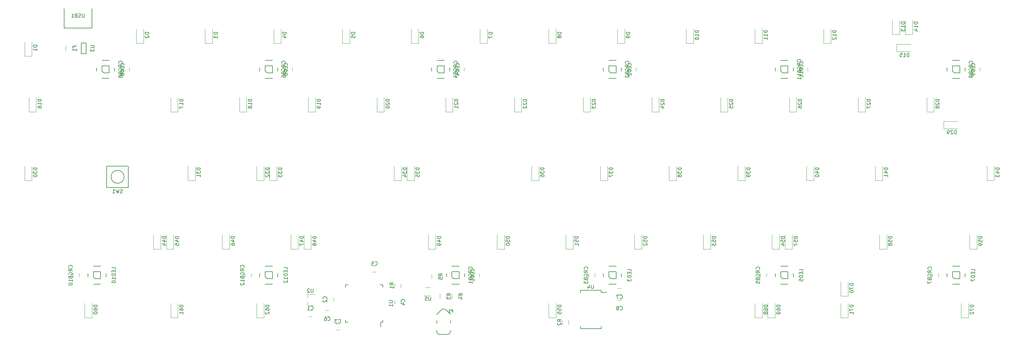
<source format=gbo>
%TF.GenerationSoftware,KiCad,Pcbnew,4.0.7*%
%TF.CreationDate,2018-01-29T18:10:09-08:00*%
%TF.ProjectId,VoyagerII,566F796167657249492E6B696361645F,rev?*%
%TF.FileFunction,Legend,Bot*%
%FSLAX46Y46*%
G04 Gerber Fmt 4.6, Leading zero omitted, Abs format (unit mm)*
G04 Created by KiCad (PCBNEW 4.0.7) date 01/29/18 18:10:09*
%MOMM*%
%LPD*%
G01*
G04 APERTURE LIST*
%ADD10C,0.100000*%
%ADD11C,0.120000*%
%ADD12C,0.150000*%
%ADD13C,0.127000*%
%ADD14C,0.200000*%
G04 APERTURE END LIST*
D10*
D11*
X130056000Y-133643000D02*
X131056000Y-133643000D01*
X131056000Y-135343000D02*
X130056000Y-135343000D01*
X135294000Y-131056000D02*
X135294000Y-130056000D01*
X136994000Y-130056000D02*
X136994000Y-131056000D01*
X137676000Y-137326000D02*
X138676000Y-137326000D01*
X138676000Y-139026000D02*
X137676000Y-139026000D01*
X155663000Y-130818000D02*
X155663000Y-131818000D01*
X153963000Y-131818000D02*
X153963000Y-130818000D01*
X147836000Y-121260500D02*
X148836000Y-121260500D01*
X148836000Y-122960500D02*
X147836000Y-122960500D01*
X135755000Y-135343000D02*
X134755000Y-135343000D01*
X134755000Y-133643000D02*
X135755000Y-133643000D01*
X155693000Y-127346000D02*
X155693000Y-126146000D01*
X153933000Y-126146000D02*
X153933000Y-127346000D01*
D12*
X78946051Y-96520000D02*
G75*
G03X78946051Y-96520000I-1796051J0D01*
G01*
X80150000Y-99520000D02*
X80150000Y-93520000D01*
X74150000Y-99520000D02*
X80150000Y-99520000D01*
X74150000Y-93520000D02*
X74150000Y-99520000D01*
X80150000Y-93520000D02*
X74150000Y-93520000D01*
X150653500Y-136874000D02*
X150078500Y-136874000D01*
X150653500Y-126524000D02*
X149978500Y-126524000D01*
X140303500Y-126524000D02*
X140978500Y-126524000D01*
X140303500Y-136874000D02*
X140978500Y-136874000D01*
X150653500Y-136874000D02*
X150653500Y-136199000D01*
X140303500Y-136874000D02*
X140303500Y-136199000D01*
X140303500Y-126524000D02*
X140303500Y-127199000D01*
X150653500Y-126524000D02*
X150653500Y-127199000D01*
X150078500Y-136874000D02*
X150078500Y-138149000D01*
D11*
X129796000Y-132263000D02*
X129796000Y-131333000D01*
X129796000Y-129103000D02*
X129796000Y-130033000D01*
X129796000Y-129103000D02*
X131956000Y-129103000D01*
X129796000Y-132263000D02*
X131256000Y-132263000D01*
D12*
X62350000Y-55202250D02*
X70050000Y-55202250D01*
X70050000Y-49752250D02*
X70050000Y-55202250D01*
X62350000Y-49752250D02*
X62350000Y-55202250D01*
D11*
X216781000Y-129247000D02*
X215781000Y-129247000D01*
X215781000Y-127547000D02*
X216781000Y-127547000D01*
X216765000Y-132422000D02*
X215765000Y-132422000D01*
X215765000Y-130722000D02*
X216765000Y-130722000D01*
X53387500Y-62971875D02*
X51387500Y-62971875D01*
X51387500Y-62971875D02*
X51387500Y-59071875D01*
X53387500Y-62971875D02*
X53387500Y-59071875D01*
X84343750Y-59400000D02*
X82343750Y-59400000D01*
X82343750Y-59400000D02*
X82343750Y-55500000D01*
X84343750Y-59400000D02*
X84343750Y-55500000D01*
X103393750Y-59400000D02*
X101393750Y-59400000D01*
X101393750Y-59400000D02*
X101393750Y-55500000D01*
X103393750Y-59400000D02*
X103393750Y-55500000D01*
X122443750Y-59400000D02*
X120443750Y-59400000D01*
X120443750Y-59400000D02*
X120443750Y-55500000D01*
X122443750Y-59400000D02*
X122443750Y-55500000D01*
X141493750Y-59400000D02*
X139493750Y-59400000D01*
X139493750Y-59400000D02*
X139493750Y-55500000D01*
X141493750Y-59400000D02*
X141493750Y-55500000D01*
X160543750Y-59400000D02*
X158543750Y-59400000D01*
X158543750Y-59400000D02*
X158543750Y-55500000D01*
X160543750Y-59400000D02*
X160543750Y-55500000D01*
X179593750Y-59400000D02*
X177593750Y-59400000D01*
X177593750Y-59400000D02*
X177593750Y-55500000D01*
X179593750Y-59400000D02*
X179593750Y-55500000D01*
X198643750Y-59400000D02*
X196643750Y-59400000D01*
X196643750Y-59400000D02*
X196643750Y-55500000D01*
X198643750Y-59400000D02*
X198643750Y-55500000D01*
X217693750Y-59400000D02*
X215693750Y-59400000D01*
X215693750Y-59400000D02*
X215693750Y-55500000D01*
X217693750Y-59400000D02*
X217693750Y-55500000D01*
X236743750Y-59400000D02*
X234743750Y-59400000D01*
X234743750Y-59400000D02*
X234743750Y-55500000D01*
X236743750Y-59400000D02*
X236743750Y-55500000D01*
X255793750Y-59400000D02*
X253793750Y-59400000D01*
X253793750Y-59400000D02*
X253793750Y-55500000D01*
X255793750Y-59400000D02*
X255793750Y-55500000D01*
X274843750Y-59400000D02*
X272843750Y-59400000D01*
X272843750Y-59400000D02*
X272843750Y-55500000D01*
X274843750Y-59400000D02*
X274843750Y-55500000D01*
X293893750Y-57018750D02*
X291893750Y-57018750D01*
X291893750Y-57018750D02*
X291893750Y-53118750D01*
X293893750Y-57018750D02*
X293893750Y-53118750D01*
X297465625Y-57018750D02*
X295465625Y-57018750D01*
X295465625Y-57018750D02*
X295465625Y-53118750D01*
X297465625Y-57018750D02*
X297465625Y-53118750D01*
X293025000Y-61721875D02*
X293025000Y-59721875D01*
X293025000Y-59721875D02*
X296925000Y-59721875D01*
X293025000Y-61721875D02*
X296925000Y-61721875D01*
X54578125Y-78450000D02*
X52578125Y-78450000D01*
X52578125Y-78450000D02*
X52578125Y-74550000D01*
X54578125Y-78450000D02*
X54578125Y-74550000D01*
X93868750Y-78450000D02*
X91868750Y-78450000D01*
X91868750Y-78450000D02*
X91868750Y-74550000D01*
X93868750Y-78450000D02*
X93868750Y-74550000D01*
X112918750Y-78450000D02*
X110918750Y-78450000D01*
X110918750Y-78450000D02*
X110918750Y-74550000D01*
X112918750Y-78450000D02*
X112918750Y-74550000D01*
X131968750Y-78450000D02*
X129968750Y-78450000D01*
X129968750Y-78450000D02*
X129968750Y-74550000D01*
X131968750Y-78450000D02*
X131968750Y-74550000D01*
X151018750Y-78450000D02*
X149018750Y-78450000D01*
X149018750Y-78450000D02*
X149018750Y-74550000D01*
X151018750Y-78450000D02*
X151018750Y-74550000D01*
X170068750Y-78450000D02*
X168068750Y-78450000D01*
X168068750Y-78450000D02*
X168068750Y-74550000D01*
X170068750Y-78450000D02*
X170068750Y-74550000D01*
X189118750Y-78450000D02*
X187118750Y-78450000D01*
X187118750Y-78450000D02*
X187118750Y-74550000D01*
X189118750Y-78450000D02*
X189118750Y-74550000D01*
X208168750Y-78450000D02*
X206168750Y-78450000D01*
X206168750Y-78450000D02*
X206168750Y-74550000D01*
X208168750Y-78450000D02*
X208168750Y-74550000D01*
X227218750Y-78450000D02*
X225218750Y-78450000D01*
X225218750Y-78450000D02*
X225218750Y-74550000D01*
X227218750Y-78450000D02*
X227218750Y-74550000D01*
X246268750Y-78450000D02*
X244268750Y-78450000D01*
X244268750Y-78450000D02*
X244268750Y-74550000D01*
X246268750Y-78450000D02*
X246268750Y-74550000D01*
X265318750Y-78450000D02*
X263318750Y-78450000D01*
X263318750Y-78450000D02*
X263318750Y-74550000D01*
X265318750Y-78450000D02*
X265318750Y-74550000D01*
X284368750Y-78450000D02*
X282368750Y-78450000D01*
X282368750Y-78450000D02*
X282368750Y-74550000D01*
X284368750Y-78450000D02*
X284368750Y-74550000D01*
X303418750Y-78450000D02*
X301418750Y-78450000D01*
X301418750Y-78450000D02*
X301418750Y-74550000D01*
X303418750Y-78450000D02*
X303418750Y-74550000D01*
X306121875Y-83153125D02*
X306121875Y-81153125D01*
X306121875Y-81153125D02*
X310021875Y-81153125D01*
X306121875Y-83153125D02*
X310021875Y-83153125D01*
X53387500Y-97500000D02*
X51387500Y-97500000D01*
X51387500Y-97500000D02*
X51387500Y-93600000D01*
X53387500Y-97500000D02*
X53387500Y-93600000D01*
X98631250Y-97500000D02*
X96631250Y-97500000D01*
X96631250Y-97500000D02*
X96631250Y-93600000D01*
X98631250Y-97500000D02*
X98631250Y-93600000D01*
X117681250Y-97500000D02*
X115681250Y-97500000D01*
X115681250Y-97500000D02*
X115681250Y-93600000D01*
X117681250Y-97500000D02*
X117681250Y-93600000D01*
X121253125Y-97500000D02*
X119253125Y-97500000D01*
X119253125Y-97500000D02*
X119253125Y-93600000D01*
X121253125Y-97500000D02*
X121253125Y-93600000D01*
X155781250Y-97500000D02*
X153781250Y-97500000D01*
X153781250Y-97500000D02*
X153781250Y-93600000D01*
X155781250Y-97500000D02*
X155781250Y-93600000D01*
X159353125Y-97500000D02*
X157353125Y-97500000D01*
X157353125Y-97500000D02*
X157353125Y-93600000D01*
X159353125Y-97500000D02*
X159353125Y-93600000D01*
X193881250Y-97500000D02*
X191881250Y-97500000D01*
X191881250Y-97500000D02*
X191881250Y-93600000D01*
X193881250Y-97500000D02*
X193881250Y-93600000D01*
X212931250Y-97500000D02*
X210931250Y-97500000D01*
X210931250Y-97500000D02*
X210931250Y-93600000D01*
X212931250Y-97500000D02*
X212931250Y-93600000D01*
X231981250Y-97500000D02*
X229981250Y-97500000D01*
X229981250Y-97500000D02*
X229981250Y-93600000D01*
X231981250Y-97500000D02*
X231981250Y-93600000D01*
X251031250Y-97500000D02*
X249031250Y-97500000D01*
X249031250Y-97500000D02*
X249031250Y-93600000D01*
X251031250Y-97500000D02*
X251031250Y-93600000D01*
X270081250Y-97500000D02*
X268081250Y-97500000D01*
X268081250Y-97500000D02*
X268081250Y-93600000D01*
X270081250Y-97500000D02*
X270081250Y-93600000D01*
X289131250Y-97500000D02*
X287131250Y-97500000D01*
X287131250Y-97500000D02*
X287131250Y-93600000D01*
X289131250Y-97500000D02*
X289131250Y-93600000D01*
X320087500Y-97500000D02*
X318087500Y-97500000D01*
X318087500Y-97500000D02*
X318087500Y-93600000D01*
X320087500Y-97500000D02*
X320087500Y-93600000D01*
X89106250Y-116550000D02*
X87106250Y-116550000D01*
X87106250Y-116550000D02*
X87106250Y-112650000D01*
X89106250Y-116550000D02*
X89106250Y-112650000D01*
X92678125Y-116550000D02*
X90678125Y-116550000D01*
X90678125Y-116550000D02*
X90678125Y-112650000D01*
X92678125Y-116550000D02*
X92678125Y-112650000D01*
X108156250Y-116550000D02*
X106156250Y-116550000D01*
X106156250Y-116550000D02*
X106156250Y-112650000D01*
X108156250Y-116550000D02*
X108156250Y-112650000D01*
X127206250Y-116550000D02*
X125206250Y-116550000D01*
X125206250Y-116550000D02*
X125206250Y-112650000D01*
X127206250Y-116550000D02*
X127206250Y-112650000D01*
X130778125Y-116550000D02*
X128778125Y-116550000D01*
X128778125Y-116550000D02*
X128778125Y-112650000D01*
X130778125Y-116550000D02*
X130778125Y-112650000D01*
X165306250Y-116550000D02*
X163306250Y-116550000D01*
X163306250Y-116550000D02*
X163306250Y-112650000D01*
X165306250Y-116550000D02*
X165306250Y-112650000D01*
X184356250Y-116550000D02*
X182356250Y-116550000D01*
X182356250Y-116550000D02*
X182356250Y-112650000D01*
X184356250Y-116550000D02*
X184356250Y-112650000D01*
X203406250Y-116550000D02*
X201406250Y-116550000D01*
X201406250Y-116550000D02*
X201406250Y-112650000D01*
X203406250Y-116550000D02*
X203406250Y-112650000D01*
X222456250Y-116550000D02*
X220456250Y-116550000D01*
X220456250Y-116550000D02*
X220456250Y-112650000D01*
X222456250Y-116550000D02*
X222456250Y-112650000D01*
X241506250Y-116550000D02*
X239506250Y-116550000D01*
X239506250Y-116550000D02*
X239506250Y-112650000D01*
X241506250Y-116550000D02*
X241506250Y-112650000D01*
X260556250Y-116550000D02*
X258556250Y-116550000D01*
X258556250Y-116550000D02*
X258556250Y-112650000D01*
X260556250Y-116550000D02*
X260556250Y-112650000D01*
X198643750Y-135600000D02*
X196643750Y-135600000D01*
X196643750Y-135600000D02*
X196643750Y-131700000D01*
X198643750Y-135600000D02*
X198643750Y-131700000D01*
X264128125Y-116550000D02*
X262128125Y-116550000D01*
X262128125Y-116550000D02*
X262128125Y-112650000D01*
X264128125Y-116550000D02*
X264128125Y-112650000D01*
X290321875Y-116550000D02*
X288321875Y-116550000D01*
X288321875Y-116550000D02*
X288321875Y-112650000D01*
X290321875Y-116550000D02*
X290321875Y-112650000D01*
X315325000Y-116550000D02*
X313325000Y-116550000D01*
X313325000Y-116550000D02*
X313325000Y-112650000D01*
X315325000Y-116550000D02*
X315325000Y-112650000D01*
X70056250Y-135600000D02*
X68056250Y-135600000D01*
X68056250Y-135600000D02*
X68056250Y-131700000D01*
X70056250Y-135600000D02*
X70056250Y-131700000D01*
X93868750Y-135600000D02*
X91868750Y-135600000D01*
X91868750Y-135600000D02*
X91868750Y-131700000D01*
X93868750Y-135600000D02*
X93868750Y-131700000D01*
X117681250Y-135600000D02*
X115681250Y-135600000D01*
X115681250Y-135600000D02*
X115681250Y-131700000D01*
X117681250Y-135600000D02*
X117681250Y-131700000D01*
X255793750Y-135600000D02*
X253793750Y-135600000D01*
X253793750Y-135600000D02*
X253793750Y-131700000D01*
X255793750Y-135600000D02*
X255793750Y-131700000D01*
X259365625Y-135600000D02*
X257365625Y-135600000D01*
X257365625Y-135600000D02*
X257365625Y-131700000D01*
X259365625Y-135600000D02*
X259365625Y-131700000D01*
X279606250Y-129646875D02*
X277606250Y-129646875D01*
X277606250Y-129646875D02*
X277606250Y-125746875D01*
X279606250Y-129646875D02*
X279606250Y-125746875D01*
X279606250Y-135600000D02*
X277606250Y-135600000D01*
X277606250Y-135600000D02*
X277606250Y-131700000D01*
X279606250Y-135600000D02*
X279606250Y-131700000D01*
X312943750Y-135600000D02*
X310943750Y-135600000D01*
X310943750Y-135600000D02*
X310943750Y-131700000D01*
X312943750Y-135600000D02*
X312943750Y-131700000D01*
D13*
X169418000Y-139382500D02*
X169418000Y-139082500D01*
X165613000Y-137179000D02*
X165613000Y-136379000D01*
X169413000Y-137079000D02*
X169413000Y-136379000D01*
X168236900Y-133515100D02*
X169418000Y-134696200D01*
X166789100Y-133515100D02*
X165608000Y-134696200D01*
X166789100Y-133515100D02*
G75*
G02X168236900Y-133515100I723900J-723900D01*
G01*
X166560500Y-140335000D02*
X168465500Y-140335000D01*
X169418000Y-139382500D02*
G75*
G02X168465500Y-140335000I-952500J0D01*
G01*
X166560500Y-140335000D02*
G75*
G02X165608000Y-139382500I0J952500D01*
G01*
X165608000Y-139382500D02*
X165608000Y-139082500D01*
D11*
X202175000Y-137506000D02*
X202175000Y-136306000D01*
X200415000Y-136306000D02*
X200415000Y-137506000D01*
X166506000Y-129067000D02*
X166506000Y-130267000D01*
X168266000Y-130267000D02*
X168266000Y-129067000D01*
X169808000Y-129067000D02*
X169808000Y-130267000D01*
X171568000Y-130267000D02*
X171568000Y-129067000D01*
D12*
X211155000Y-128025000D02*
X211155000Y-128600000D01*
X205405000Y-128025000D02*
X205405000Y-128675000D01*
X205405000Y-138675000D02*
X205405000Y-138025000D01*
X211155000Y-138675000D02*
X211155000Y-138025000D01*
X211155000Y-128025000D02*
X205405000Y-128025000D01*
X211155000Y-138675000D02*
X205405000Y-138675000D01*
X211155000Y-128600000D02*
X212755000Y-128600000D01*
D11*
X175680000Y-124325000D02*
X175680000Y-123325000D01*
X177380000Y-123325000D02*
X177380000Y-124325000D01*
X219114000Y-67175000D02*
X219114000Y-66175000D01*
X220814000Y-66175000D02*
X220814000Y-67175000D01*
X207684000Y-124325000D02*
X207684000Y-123325000D01*
X209384000Y-123325000D02*
X209384000Y-124325000D01*
X171489000Y-67175000D02*
X171489000Y-66175000D01*
X173189000Y-66175000D02*
X173189000Y-67175000D01*
X255309000Y-124325000D02*
X255309000Y-123325000D01*
X257009000Y-123325000D02*
X257009000Y-124325000D01*
X123864000Y-67175000D02*
X123864000Y-66175000D01*
X125564000Y-66175000D02*
X125564000Y-67175000D01*
X302934000Y-124325000D02*
X302934000Y-123325000D01*
X304634000Y-123325000D02*
X304634000Y-124325000D01*
X78652000Y-67175000D02*
X78652000Y-66175000D01*
X80352000Y-66175000D02*
X80352000Y-67175000D01*
X314364000Y-67175000D02*
X314364000Y-66175000D01*
X316064000Y-66175000D02*
X316064000Y-67175000D01*
X64809000Y-124325000D02*
X64809000Y-123325000D01*
X66509000Y-123325000D02*
X66509000Y-124325000D01*
X266739000Y-67175000D02*
X266739000Y-66175000D01*
X268439000Y-66175000D02*
X268439000Y-67175000D01*
X112434000Y-124325000D02*
X112434000Y-123325000D01*
X114134000Y-123325000D02*
X114134000Y-124325000D01*
D14*
X171815000Y-124825000D02*
X171815000Y-122825000D01*
X171815000Y-122825000D02*
X169815000Y-122825000D01*
X169815000Y-122825000D02*
X169815000Y-124325000D01*
X169815000Y-124325000D02*
X170315000Y-124825000D01*
X170315000Y-124825000D02*
X171815000Y-124825000D01*
X171815000Y-126325000D02*
X169815000Y-126325000D01*
X168315000Y-124325000D02*
X168315000Y-123325000D01*
X171815000Y-121325000D02*
X169815000Y-121325000D01*
X173315000Y-124325000D02*
X173315000Y-123325000D01*
X215312500Y-67675000D02*
X215312500Y-65675000D01*
X215312500Y-65675000D02*
X213312500Y-65675000D01*
X213312500Y-65675000D02*
X213312500Y-67175000D01*
X213312500Y-67175000D02*
X213812500Y-67675000D01*
X213812500Y-67675000D02*
X215312500Y-67675000D01*
X215312500Y-69175000D02*
X213312500Y-69175000D01*
X211812500Y-67175000D02*
X211812500Y-66175000D01*
X215312500Y-64175000D02*
X213312500Y-64175000D01*
X216812500Y-67175000D02*
X216812500Y-66175000D01*
X215312500Y-124825000D02*
X215312500Y-122825000D01*
X215312500Y-122825000D02*
X213312500Y-122825000D01*
X213312500Y-122825000D02*
X213312500Y-124325000D01*
X213312500Y-124325000D02*
X213812500Y-124825000D01*
X213812500Y-124825000D02*
X215312500Y-124825000D01*
X215312500Y-126325000D02*
X213312500Y-126325000D01*
X211812500Y-124325000D02*
X211812500Y-123325000D01*
X215312500Y-121325000D02*
X213312500Y-121325000D01*
X216812500Y-124325000D02*
X216812500Y-123325000D01*
X167687500Y-67675000D02*
X167687500Y-65675000D01*
X167687500Y-65675000D02*
X165687500Y-65675000D01*
X165687500Y-65675000D02*
X165687500Y-67175000D01*
X165687500Y-67175000D02*
X166187500Y-67675000D01*
X166187500Y-67675000D02*
X167687500Y-67675000D01*
X167687500Y-69175000D02*
X165687500Y-69175000D01*
X164187500Y-67175000D02*
X164187500Y-66175000D01*
X167687500Y-64175000D02*
X165687500Y-64175000D01*
X169187500Y-67175000D02*
X169187500Y-66175000D01*
X262937500Y-124825000D02*
X262937500Y-122825000D01*
X262937500Y-122825000D02*
X260937500Y-122825000D01*
X260937500Y-122825000D02*
X260937500Y-124325000D01*
X260937500Y-124325000D02*
X261437500Y-124825000D01*
X261437500Y-124825000D02*
X262937500Y-124825000D01*
X262937500Y-126325000D02*
X260937500Y-126325000D01*
X259437500Y-124325000D02*
X259437500Y-123325000D01*
X262937500Y-121325000D02*
X260937500Y-121325000D01*
X264437500Y-124325000D02*
X264437500Y-123325000D01*
X120062500Y-67675000D02*
X120062500Y-65675000D01*
X120062500Y-65675000D02*
X118062500Y-65675000D01*
X118062500Y-65675000D02*
X118062500Y-67175000D01*
X118062500Y-67175000D02*
X118562500Y-67675000D01*
X118562500Y-67675000D02*
X120062500Y-67675000D01*
X120062500Y-69175000D02*
X118062500Y-69175000D01*
X116562500Y-67175000D02*
X116562500Y-66175000D01*
X120062500Y-64175000D02*
X118062500Y-64175000D01*
X121562500Y-67175000D02*
X121562500Y-66175000D01*
X310562500Y-124825000D02*
X310562500Y-122825000D01*
X310562500Y-122825000D02*
X308562500Y-122825000D01*
X308562500Y-122825000D02*
X308562500Y-124325000D01*
X308562500Y-124325000D02*
X309062500Y-124825000D01*
X309062500Y-124825000D02*
X310562500Y-124825000D01*
X310562500Y-126325000D02*
X308562500Y-126325000D01*
X307062500Y-124325000D02*
X307062500Y-123325000D01*
X310562500Y-121325000D02*
X308562500Y-121325000D01*
X312062500Y-124325000D02*
X312062500Y-123325000D01*
X74818750Y-67675000D02*
X74818750Y-65675000D01*
X74818750Y-65675000D02*
X72818750Y-65675000D01*
X72818750Y-65675000D02*
X72818750Y-67175000D01*
X72818750Y-67175000D02*
X73318750Y-67675000D01*
X73318750Y-67675000D02*
X74818750Y-67675000D01*
X74818750Y-69175000D02*
X72818750Y-69175000D01*
X71318750Y-67175000D02*
X71318750Y-66175000D01*
X74818750Y-64175000D02*
X72818750Y-64175000D01*
X76318750Y-67175000D02*
X76318750Y-66175000D01*
X310562500Y-67675000D02*
X310562500Y-65675000D01*
X310562500Y-65675000D02*
X308562500Y-65675000D01*
X308562500Y-65675000D02*
X308562500Y-67175000D01*
X308562500Y-67175000D02*
X309062500Y-67675000D01*
X309062500Y-67675000D02*
X310562500Y-67675000D01*
X310562500Y-69175000D02*
X308562500Y-69175000D01*
X307062500Y-67175000D02*
X307062500Y-66175000D01*
X310562500Y-64175000D02*
X308562500Y-64175000D01*
X312062500Y-67175000D02*
X312062500Y-66175000D01*
X72437500Y-124825000D02*
X72437500Y-122825000D01*
X72437500Y-122825000D02*
X70437500Y-122825000D01*
X70437500Y-122825000D02*
X70437500Y-124325000D01*
X70437500Y-124325000D02*
X70937500Y-124825000D01*
X70937500Y-124825000D02*
X72437500Y-124825000D01*
X72437500Y-126325000D02*
X70437500Y-126325000D01*
X68937500Y-124325000D02*
X68937500Y-123325000D01*
X72437500Y-121325000D02*
X70437500Y-121325000D01*
X73937500Y-124325000D02*
X73937500Y-123325000D01*
X262937500Y-67675000D02*
X262937500Y-65675000D01*
X262937500Y-65675000D02*
X260937500Y-65675000D01*
X260937500Y-65675000D02*
X260937500Y-67175000D01*
X260937500Y-67175000D02*
X261437500Y-67675000D01*
X261437500Y-67675000D02*
X262937500Y-67675000D01*
X262937500Y-69175000D02*
X260937500Y-69175000D01*
X259437500Y-67175000D02*
X259437500Y-66175000D01*
X262937500Y-64175000D02*
X260937500Y-64175000D01*
X264437500Y-67175000D02*
X264437500Y-66175000D01*
X120062500Y-124825000D02*
X120062500Y-122825000D01*
X120062500Y-122825000D02*
X118062500Y-122825000D01*
X118062500Y-122825000D02*
X118062500Y-124325000D01*
X118062500Y-124325000D02*
X118562500Y-124825000D01*
X118562500Y-124825000D02*
X120062500Y-124825000D01*
X120062500Y-126325000D02*
X118062500Y-126325000D01*
X116562500Y-124325000D02*
X116562500Y-123325000D01*
X120062500Y-121325000D02*
X118062500Y-121325000D01*
X121562500Y-124325000D02*
X121562500Y-123325000D01*
D11*
X164220000Y-123606000D02*
X164220000Y-124806000D01*
X165980000Y-124806000D02*
X165980000Y-123606000D01*
X163895000Y-129557000D02*
X161995000Y-129557000D01*
X162495000Y-127237000D02*
X163895000Y-127237000D01*
X62810500Y-60233000D02*
X62810500Y-61433000D01*
X64570500Y-61433000D02*
X64570500Y-60233000D01*
D12*
X68404500Y-62283000D02*
X67104500Y-62283000D01*
X68404500Y-59383000D02*
X68404500Y-62283000D01*
X67104500Y-59383000D02*
X68404500Y-59383000D01*
X67104500Y-59383000D02*
X67104500Y-62283000D01*
X130722666Y-133350143D02*
X130770285Y-133397762D01*
X130913142Y-133445381D01*
X131008380Y-133445381D01*
X131151238Y-133397762D01*
X131246476Y-133302524D01*
X131294095Y-133207286D01*
X131341714Y-133016810D01*
X131341714Y-132873952D01*
X131294095Y-132683476D01*
X131246476Y-132588238D01*
X131151238Y-132493000D01*
X131008380Y-132445381D01*
X130913142Y-132445381D01*
X130770285Y-132493000D01*
X130722666Y-132540619D01*
X129770285Y-133445381D02*
X130341714Y-133445381D01*
X130056000Y-133445381D02*
X130056000Y-132445381D01*
X130151238Y-132588238D01*
X130246476Y-132683476D01*
X130341714Y-132731095D01*
X135001143Y-130389334D02*
X135048762Y-130341715D01*
X135096381Y-130198858D01*
X135096381Y-130103620D01*
X135048762Y-129960762D01*
X134953524Y-129865524D01*
X134858286Y-129817905D01*
X134667810Y-129770286D01*
X134524952Y-129770286D01*
X134334476Y-129817905D01*
X134239238Y-129865524D01*
X134144000Y-129960762D01*
X134096381Y-130103620D01*
X134096381Y-130198858D01*
X134144000Y-130341715D01*
X134191619Y-130389334D01*
X134191619Y-130770286D02*
X134144000Y-130817905D01*
X134096381Y-130913143D01*
X134096381Y-131151239D01*
X134144000Y-131246477D01*
X134191619Y-131294096D01*
X134286857Y-131341715D01*
X134382095Y-131341715D01*
X134524952Y-131294096D01*
X135096381Y-130722667D01*
X135096381Y-131341715D01*
X138342666Y-137033143D02*
X138390285Y-137080762D01*
X138533142Y-137128381D01*
X138628380Y-137128381D01*
X138771238Y-137080762D01*
X138866476Y-136985524D01*
X138914095Y-136890286D01*
X138961714Y-136699810D01*
X138961714Y-136556952D01*
X138914095Y-136366476D01*
X138866476Y-136271238D01*
X138771238Y-136176000D01*
X138628380Y-136128381D01*
X138533142Y-136128381D01*
X138390285Y-136176000D01*
X138342666Y-136223619D01*
X138009333Y-136128381D02*
X137390285Y-136128381D01*
X137723619Y-136509333D01*
X137580761Y-136509333D01*
X137485523Y-136556952D01*
X137437904Y-136604571D01*
X137390285Y-136699810D01*
X137390285Y-136937905D01*
X137437904Y-137033143D01*
X137485523Y-137080762D01*
X137580761Y-137128381D01*
X137866476Y-137128381D01*
X137961714Y-137080762D01*
X138009333Y-137033143D01*
X156670143Y-131151334D02*
X156717762Y-131103715D01*
X156765381Y-130960858D01*
X156765381Y-130865620D01*
X156717762Y-130722762D01*
X156622524Y-130627524D01*
X156527286Y-130579905D01*
X156336810Y-130532286D01*
X156193952Y-130532286D01*
X156003476Y-130579905D01*
X155908238Y-130627524D01*
X155813000Y-130722762D01*
X155765381Y-130865620D01*
X155765381Y-130960858D01*
X155813000Y-131103715D01*
X155860619Y-131151334D01*
X156098714Y-132008477D02*
X156765381Y-132008477D01*
X155717762Y-131770381D02*
X156432048Y-131532286D01*
X156432048Y-132151334D01*
X148502666Y-120967643D02*
X148550285Y-121015262D01*
X148693142Y-121062881D01*
X148788380Y-121062881D01*
X148931238Y-121015262D01*
X149026476Y-120920024D01*
X149074095Y-120824786D01*
X149121714Y-120634310D01*
X149121714Y-120491452D01*
X149074095Y-120300976D01*
X149026476Y-120205738D01*
X148931238Y-120110500D01*
X148788380Y-120062881D01*
X148693142Y-120062881D01*
X148550285Y-120110500D01*
X148502666Y-120158119D01*
X147597904Y-120062881D02*
X148074095Y-120062881D01*
X148121714Y-120539071D01*
X148074095Y-120491452D01*
X147978857Y-120443833D01*
X147740761Y-120443833D01*
X147645523Y-120491452D01*
X147597904Y-120539071D01*
X147550285Y-120634310D01*
X147550285Y-120872405D01*
X147597904Y-120967643D01*
X147645523Y-121015262D01*
X147740761Y-121062881D01*
X147978857Y-121062881D01*
X148074095Y-121015262D01*
X148121714Y-120967643D01*
X135421666Y-136350143D02*
X135469285Y-136397762D01*
X135612142Y-136445381D01*
X135707380Y-136445381D01*
X135850238Y-136397762D01*
X135945476Y-136302524D01*
X135993095Y-136207286D01*
X136040714Y-136016810D01*
X136040714Y-135873952D01*
X135993095Y-135683476D01*
X135945476Y-135588238D01*
X135850238Y-135493000D01*
X135707380Y-135445381D01*
X135612142Y-135445381D01*
X135469285Y-135493000D01*
X135421666Y-135540619D01*
X134564523Y-135445381D02*
X134755000Y-135445381D01*
X134850238Y-135493000D01*
X134897857Y-135540619D01*
X134993095Y-135683476D01*
X135040714Y-135873952D01*
X135040714Y-136254905D01*
X134993095Y-136350143D01*
X134945476Y-136397762D01*
X134850238Y-136445381D01*
X134659761Y-136445381D01*
X134564523Y-136397762D01*
X134516904Y-136350143D01*
X134469285Y-136254905D01*
X134469285Y-136016810D01*
X134516904Y-135921571D01*
X134564523Y-135873952D01*
X134659761Y-135826333D01*
X134850238Y-135826333D01*
X134945476Y-135873952D01*
X134993095Y-135921571D01*
X135040714Y-136016810D01*
X153615381Y-126579334D02*
X153139190Y-126246000D01*
X153615381Y-126007905D02*
X152615381Y-126007905D01*
X152615381Y-126388858D01*
X152663000Y-126484096D01*
X152710619Y-126531715D01*
X152805857Y-126579334D01*
X152948714Y-126579334D01*
X153043952Y-126531715D01*
X153091571Y-126484096D01*
X153139190Y-126388858D01*
X153139190Y-126007905D01*
X153615381Y-127531715D02*
X153615381Y-126960286D01*
X153615381Y-127246000D02*
X152615381Y-127246000D01*
X152758238Y-127150762D01*
X152853476Y-127055524D01*
X152901095Y-126960286D01*
X78483333Y-100988762D02*
X78340476Y-101036381D01*
X78102380Y-101036381D01*
X78007142Y-100988762D01*
X77959523Y-100941143D01*
X77911904Y-100845905D01*
X77911904Y-100750667D01*
X77959523Y-100655429D01*
X78007142Y-100607810D01*
X78102380Y-100560190D01*
X78292857Y-100512571D01*
X78388095Y-100464952D01*
X78435714Y-100417333D01*
X78483333Y-100322095D01*
X78483333Y-100226857D01*
X78435714Y-100131619D01*
X78388095Y-100084000D01*
X78292857Y-100036381D01*
X78054761Y-100036381D01*
X77911904Y-100084000D01*
X77578571Y-100036381D02*
X77340476Y-101036381D01*
X77149999Y-100322095D01*
X76959523Y-101036381D01*
X76721428Y-100036381D01*
X75816666Y-101036381D02*
X76388095Y-101036381D01*
X76102381Y-101036381D02*
X76102381Y-100036381D01*
X76197619Y-100179238D01*
X76292857Y-100274476D01*
X76388095Y-100322095D01*
X152380881Y-130937095D02*
X153190405Y-130937095D01*
X153285643Y-130984714D01*
X153333262Y-131032333D01*
X153380881Y-131127571D01*
X153380881Y-131318048D01*
X153333262Y-131413286D01*
X153285643Y-131460905D01*
X153190405Y-131508524D01*
X152380881Y-131508524D01*
X153380881Y-132508524D02*
X153380881Y-131937095D01*
X153380881Y-132222809D02*
X152380881Y-132222809D01*
X152523738Y-132127571D01*
X152618976Y-132032333D01*
X152666595Y-131937095D01*
X131317905Y-127635381D02*
X131317905Y-128444905D01*
X131270286Y-128540143D01*
X131222667Y-128587762D01*
X131127429Y-128635381D01*
X130936952Y-128635381D01*
X130841714Y-128587762D01*
X130794095Y-128540143D01*
X130746476Y-128444905D01*
X130746476Y-127635381D01*
X130317905Y-127730619D02*
X130270286Y-127683000D01*
X130175048Y-127635381D01*
X129936952Y-127635381D01*
X129841714Y-127683000D01*
X129794095Y-127730619D01*
X129746476Y-127825857D01*
X129746476Y-127921095D01*
X129794095Y-128063952D01*
X130365524Y-128635381D01*
X129746476Y-128635381D01*
X67938095Y-51236631D02*
X67938095Y-52046155D01*
X67890476Y-52141393D01*
X67842857Y-52189012D01*
X67747619Y-52236631D01*
X67557142Y-52236631D01*
X67461904Y-52189012D01*
X67414285Y-52141393D01*
X67366666Y-52046155D01*
X67366666Y-51236631D01*
X66938095Y-52189012D02*
X66795238Y-52236631D01*
X66557142Y-52236631D01*
X66461904Y-52189012D01*
X66414285Y-52141393D01*
X66366666Y-52046155D01*
X66366666Y-51950917D01*
X66414285Y-51855679D01*
X66461904Y-51808060D01*
X66557142Y-51760440D01*
X66747619Y-51712821D01*
X66842857Y-51665202D01*
X66890476Y-51617583D01*
X66938095Y-51522345D01*
X66938095Y-51427107D01*
X66890476Y-51331869D01*
X66842857Y-51284250D01*
X66747619Y-51236631D01*
X66509523Y-51236631D01*
X66366666Y-51284250D01*
X65604761Y-51712821D02*
X65461904Y-51760440D01*
X65414285Y-51808060D01*
X65366666Y-51903298D01*
X65366666Y-52046155D01*
X65414285Y-52141393D01*
X65461904Y-52189012D01*
X65557142Y-52236631D01*
X65938095Y-52236631D01*
X65938095Y-51236631D01*
X65604761Y-51236631D01*
X65509523Y-51284250D01*
X65461904Y-51331869D01*
X65414285Y-51427107D01*
X65414285Y-51522345D01*
X65461904Y-51617583D01*
X65509523Y-51665202D01*
X65604761Y-51712821D01*
X65938095Y-51712821D01*
X64414285Y-52236631D02*
X64985714Y-52236631D01*
X64700000Y-52236631D02*
X64700000Y-51236631D01*
X64795238Y-51379488D01*
X64890476Y-51474726D01*
X64985714Y-51522345D01*
X216447666Y-130254143D02*
X216495285Y-130301762D01*
X216638142Y-130349381D01*
X216733380Y-130349381D01*
X216876238Y-130301762D01*
X216971476Y-130206524D01*
X217019095Y-130111286D01*
X217066714Y-129920810D01*
X217066714Y-129777952D01*
X217019095Y-129587476D01*
X216971476Y-129492238D01*
X216876238Y-129397000D01*
X216733380Y-129349381D01*
X216638142Y-129349381D01*
X216495285Y-129397000D01*
X216447666Y-129444619D01*
X216114333Y-129349381D02*
X215447666Y-129349381D01*
X215876238Y-130349381D01*
X216431666Y-133429143D02*
X216479285Y-133476762D01*
X216622142Y-133524381D01*
X216717380Y-133524381D01*
X216860238Y-133476762D01*
X216955476Y-133381524D01*
X217003095Y-133286286D01*
X217050714Y-133095810D01*
X217050714Y-132952952D01*
X217003095Y-132762476D01*
X216955476Y-132667238D01*
X216860238Y-132572000D01*
X216717380Y-132524381D01*
X216622142Y-132524381D01*
X216479285Y-132572000D01*
X216431666Y-132619619D01*
X215860238Y-132952952D02*
X215955476Y-132905333D01*
X216003095Y-132857714D01*
X216050714Y-132762476D01*
X216050714Y-132714857D01*
X216003095Y-132619619D01*
X215955476Y-132572000D01*
X215860238Y-132524381D01*
X215669761Y-132524381D01*
X215574523Y-132572000D01*
X215526904Y-132619619D01*
X215479285Y-132714857D01*
X215479285Y-132762476D01*
X215526904Y-132857714D01*
X215574523Y-132905333D01*
X215669761Y-132952952D01*
X215860238Y-132952952D01*
X215955476Y-133000571D01*
X216003095Y-133048190D01*
X216050714Y-133143429D01*
X216050714Y-133333905D01*
X216003095Y-133429143D01*
X215955476Y-133476762D01*
X215860238Y-133524381D01*
X215669761Y-133524381D01*
X215574523Y-133476762D01*
X215526904Y-133429143D01*
X215479285Y-133333905D01*
X215479285Y-133143429D01*
X215526904Y-133048190D01*
X215574523Y-133000571D01*
X215669761Y-132952952D01*
X54839881Y-59983780D02*
X53839881Y-59983780D01*
X53839881Y-60221875D01*
X53887500Y-60364733D01*
X53982738Y-60459971D01*
X54077976Y-60507590D01*
X54268452Y-60555209D01*
X54411310Y-60555209D01*
X54601786Y-60507590D01*
X54697024Y-60459971D01*
X54792262Y-60364733D01*
X54839881Y-60221875D01*
X54839881Y-59983780D01*
X54839881Y-61507590D02*
X54839881Y-60936161D01*
X54839881Y-61221875D02*
X53839881Y-61221875D01*
X53982738Y-61126637D01*
X54077976Y-61031399D01*
X54125595Y-60936161D01*
X85796131Y-56411905D02*
X84796131Y-56411905D01*
X84796131Y-56650000D01*
X84843750Y-56792858D01*
X84938988Y-56888096D01*
X85034226Y-56935715D01*
X85224702Y-56983334D01*
X85367560Y-56983334D01*
X85558036Y-56935715D01*
X85653274Y-56888096D01*
X85748512Y-56792858D01*
X85796131Y-56650000D01*
X85796131Y-56411905D01*
X84891369Y-57364286D02*
X84843750Y-57411905D01*
X84796131Y-57507143D01*
X84796131Y-57745239D01*
X84843750Y-57840477D01*
X84891369Y-57888096D01*
X84986607Y-57935715D01*
X85081845Y-57935715D01*
X85224702Y-57888096D01*
X85796131Y-57316667D01*
X85796131Y-57935715D01*
X104846131Y-56411905D02*
X103846131Y-56411905D01*
X103846131Y-56650000D01*
X103893750Y-56792858D01*
X103988988Y-56888096D01*
X104084226Y-56935715D01*
X104274702Y-56983334D01*
X104417560Y-56983334D01*
X104608036Y-56935715D01*
X104703274Y-56888096D01*
X104798512Y-56792858D01*
X104846131Y-56650000D01*
X104846131Y-56411905D01*
X103846131Y-57316667D02*
X103846131Y-57935715D01*
X104227083Y-57602381D01*
X104227083Y-57745239D01*
X104274702Y-57840477D01*
X104322321Y-57888096D01*
X104417560Y-57935715D01*
X104655655Y-57935715D01*
X104750893Y-57888096D01*
X104798512Y-57840477D01*
X104846131Y-57745239D01*
X104846131Y-57459524D01*
X104798512Y-57364286D01*
X104750893Y-57316667D01*
X123896131Y-56411905D02*
X122896131Y-56411905D01*
X122896131Y-56650000D01*
X122943750Y-56792858D01*
X123038988Y-56888096D01*
X123134226Y-56935715D01*
X123324702Y-56983334D01*
X123467560Y-56983334D01*
X123658036Y-56935715D01*
X123753274Y-56888096D01*
X123848512Y-56792858D01*
X123896131Y-56650000D01*
X123896131Y-56411905D01*
X123229464Y-57840477D02*
X123896131Y-57840477D01*
X122848512Y-57602381D02*
X123562798Y-57364286D01*
X123562798Y-57983334D01*
X142946131Y-56411905D02*
X141946131Y-56411905D01*
X141946131Y-56650000D01*
X141993750Y-56792858D01*
X142088988Y-56888096D01*
X142184226Y-56935715D01*
X142374702Y-56983334D01*
X142517560Y-56983334D01*
X142708036Y-56935715D01*
X142803274Y-56888096D01*
X142898512Y-56792858D01*
X142946131Y-56650000D01*
X142946131Y-56411905D01*
X141946131Y-57888096D02*
X141946131Y-57411905D01*
X142422321Y-57364286D01*
X142374702Y-57411905D01*
X142327083Y-57507143D01*
X142327083Y-57745239D01*
X142374702Y-57840477D01*
X142422321Y-57888096D01*
X142517560Y-57935715D01*
X142755655Y-57935715D01*
X142850893Y-57888096D01*
X142898512Y-57840477D01*
X142946131Y-57745239D01*
X142946131Y-57507143D01*
X142898512Y-57411905D01*
X142850893Y-57364286D01*
X161996131Y-56411905D02*
X160996131Y-56411905D01*
X160996131Y-56650000D01*
X161043750Y-56792858D01*
X161138988Y-56888096D01*
X161234226Y-56935715D01*
X161424702Y-56983334D01*
X161567560Y-56983334D01*
X161758036Y-56935715D01*
X161853274Y-56888096D01*
X161948512Y-56792858D01*
X161996131Y-56650000D01*
X161996131Y-56411905D01*
X160996131Y-57840477D02*
X160996131Y-57650000D01*
X161043750Y-57554762D01*
X161091369Y-57507143D01*
X161234226Y-57411905D01*
X161424702Y-57364286D01*
X161805655Y-57364286D01*
X161900893Y-57411905D01*
X161948512Y-57459524D01*
X161996131Y-57554762D01*
X161996131Y-57745239D01*
X161948512Y-57840477D01*
X161900893Y-57888096D01*
X161805655Y-57935715D01*
X161567560Y-57935715D01*
X161472321Y-57888096D01*
X161424702Y-57840477D01*
X161377083Y-57745239D01*
X161377083Y-57554762D01*
X161424702Y-57459524D01*
X161472321Y-57411905D01*
X161567560Y-57364286D01*
X181046131Y-56411905D02*
X180046131Y-56411905D01*
X180046131Y-56650000D01*
X180093750Y-56792858D01*
X180188988Y-56888096D01*
X180284226Y-56935715D01*
X180474702Y-56983334D01*
X180617560Y-56983334D01*
X180808036Y-56935715D01*
X180903274Y-56888096D01*
X180998512Y-56792858D01*
X181046131Y-56650000D01*
X181046131Y-56411905D01*
X180046131Y-57316667D02*
X180046131Y-57983334D01*
X181046131Y-57554762D01*
X200096131Y-56411905D02*
X199096131Y-56411905D01*
X199096131Y-56650000D01*
X199143750Y-56792858D01*
X199238988Y-56888096D01*
X199334226Y-56935715D01*
X199524702Y-56983334D01*
X199667560Y-56983334D01*
X199858036Y-56935715D01*
X199953274Y-56888096D01*
X200048512Y-56792858D01*
X200096131Y-56650000D01*
X200096131Y-56411905D01*
X199524702Y-57554762D02*
X199477083Y-57459524D01*
X199429464Y-57411905D01*
X199334226Y-57364286D01*
X199286607Y-57364286D01*
X199191369Y-57411905D01*
X199143750Y-57459524D01*
X199096131Y-57554762D01*
X199096131Y-57745239D01*
X199143750Y-57840477D01*
X199191369Y-57888096D01*
X199286607Y-57935715D01*
X199334226Y-57935715D01*
X199429464Y-57888096D01*
X199477083Y-57840477D01*
X199524702Y-57745239D01*
X199524702Y-57554762D01*
X199572321Y-57459524D01*
X199619940Y-57411905D01*
X199715179Y-57364286D01*
X199905655Y-57364286D01*
X200000893Y-57411905D01*
X200048512Y-57459524D01*
X200096131Y-57554762D01*
X200096131Y-57745239D01*
X200048512Y-57840477D01*
X200000893Y-57888096D01*
X199905655Y-57935715D01*
X199715179Y-57935715D01*
X199619940Y-57888096D01*
X199572321Y-57840477D01*
X199524702Y-57745239D01*
X219146131Y-56411905D02*
X218146131Y-56411905D01*
X218146131Y-56650000D01*
X218193750Y-56792858D01*
X218288988Y-56888096D01*
X218384226Y-56935715D01*
X218574702Y-56983334D01*
X218717560Y-56983334D01*
X218908036Y-56935715D01*
X219003274Y-56888096D01*
X219098512Y-56792858D01*
X219146131Y-56650000D01*
X219146131Y-56411905D01*
X219146131Y-57459524D02*
X219146131Y-57650000D01*
X219098512Y-57745239D01*
X219050893Y-57792858D01*
X218908036Y-57888096D01*
X218717560Y-57935715D01*
X218336607Y-57935715D01*
X218241369Y-57888096D01*
X218193750Y-57840477D01*
X218146131Y-57745239D01*
X218146131Y-57554762D01*
X218193750Y-57459524D01*
X218241369Y-57411905D01*
X218336607Y-57364286D01*
X218574702Y-57364286D01*
X218669940Y-57411905D01*
X218717560Y-57459524D01*
X218765179Y-57554762D01*
X218765179Y-57745239D01*
X218717560Y-57840477D01*
X218669940Y-57888096D01*
X218574702Y-57935715D01*
X238196131Y-55935714D02*
X237196131Y-55935714D01*
X237196131Y-56173809D01*
X237243750Y-56316667D01*
X237338988Y-56411905D01*
X237434226Y-56459524D01*
X237624702Y-56507143D01*
X237767560Y-56507143D01*
X237958036Y-56459524D01*
X238053274Y-56411905D01*
X238148512Y-56316667D01*
X238196131Y-56173809D01*
X238196131Y-55935714D01*
X238196131Y-57459524D02*
X238196131Y-56888095D01*
X238196131Y-57173809D02*
X237196131Y-57173809D01*
X237338988Y-57078571D01*
X237434226Y-56983333D01*
X237481845Y-56888095D01*
X237196131Y-58078571D02*
X237196131Y-58173810D01*
X237243750Y-58269048D01*
X237291369Y-58316667D01*
X237386607Y-58364286D01*
X237577083Y-58411905D01*
X237815179Y-58411905D01*
X238005655Y-58364286D01*
X238100893Y-58316667D01*
X238148512Y-58269048D01*
X238196131Y-58173810D01*
X238196131Y-58078571D01*
X238148512Y-57983333D01*
X238100893Y-57935714D01*
X238005655Y-57888095D01*
X237815179Y-57840476D01*
X237577083Y-57840476D01*
X237386607Y-57888095D01*
X237291369Y-57935714D01*
X237243750Y-57983333D01*
X237196131Y-58078571D01*
X257246131Y-55935714D02*
X256246131Y-55935714D01*
X256246131Y-56173809D01*
X256293750Y-56316667D01*
X256388988Y-56411905D01*
X256484226Y-56459524D01*
X256674702Y-56507143D01*
X256817560Y-56507143D01*
X257008036Y-56459524D01*
X257103274Y-56411905D01*
X257198512Y-56316667D01*
X257246131Y-56173809D01*
X257246131Y-55935714D01*
X257246131Y-57459524D02*
X257246131Y-56888095D01*
X257246131Y-57173809D02*
X256246131Y-57173809D01*
X256388988Y-57078571D01*
X256484226Y-56983333D01*
X256531845Y-56888095D01*
X257246131Y-58411905D02*
X257246131Y-57840476D01*
X257246131Y-58126190D02*
X256246131Y-58126190D01*
X256388988Y-58030952D01*
X256484226Y-57935714D01*
X256531845Y-57840476D01*
X276296131Y-55935714D02*
X275296131Y-55935714D01*
X275296131Y-56173809D01*
X275343750Y-56316667D01*
X275438988Y-56411905D01*
X275534226Y-56459524D01*
X275724702Y-56507143D01*
X275867560Y-56507143D01*
X276058036Y-56459524D01*
X276153274Y-56411905D01*
X276248512Y-56316667D01*
X276296131Y-56173809D01*
X276296131Y-55935714D01*
X276296131Y-57459524D02*
X276296131Y-56888095D01*
X276296131Y-57173809D02*
X275296131Y-57173809D01*
X275438988Y-57078571D01*
X275534226Y-56983333D01*
X275581845Y-56888095D01*
X275391369Y-57840476D02*
X275343750Y-57888095D01*
X275296131Y-57983333D01*
X275296131Y-58221429D01*
X275343750Y-58316667D01*
X275391369Y-58364286D01*
X275486607Y-58411905D01*
X275581845Y-58411905D01*
X275724702Y-58364286D01*
X276296131Y-57792857D01*
X276296131Y-58411905D01*
X295346131Y-53554464D02*
X294346131Y-53554464D01*
X294346131Y-53792559D01*
X294393750Y-53935417D01*
X294488988Y-54030655D01*
X294584226Y-54078274D01*
X294774702Y-54125893D01*
X294917560Y-54125893D01*
X295108036Y-54078274D01*
X295203274Y-54030655D01*
X295298512Y-53935417D01*
X295346131Y-53792559D01*
X295346131Y-53554464D01*
X295346131Y-55078274D02*
X295346131Y-54506845D01*
X295346131Y-54792559D02*
X294346131Y-54792559D01*
X294488988Y-54697321D01*
X294584226Y-54602083D01*
X294631845Y-54506845D01*
X294346131Y-55411607D02*
X294346131Y-56030655D01*
X294727083Y-55697321D01*
X294727083Y-55840179D01*
X294774702Y-55935417D01*
X294822321Y-55983036D01*
X294917560Y-56030655D01*
X295155655Y-56030655D01*
X295250893Y-55983036D01*
X295298512Y-55935417D01*
X295346131Y-55840179D01*
X295346131Y-55554464D01*
X295298512Y-55459226D01*
X295250893Y-55411607D01*
X298918006Y-53554464D02*
X297918006Y-53554464D01*
X297918006Y-53792559D01*
X297965625Y-53935417D01*
X298060863Y-54030655D01*
X298156101Y-54078274D01*
X298346577Y-54125893D01*
X298489435Y-54125893D01*
X298679911Y-54078274D01*
X298775149Y-54030655D01*
X298870387Y-53935417D01*
X298918006Y-53792559D01*
X298918006Y-53554464D01*
X298918006Y-55078274D02*
X298918006Y-54506845D01*
X298918006Y-54792559D02*
X297918006Y-54792559D01*
X298060863Y-54697321D01*
X298156101Y-54602083D01*
X298203720Y-54506845D01*
X298251339Y-55935417D02*
X298918006Y-55935417D01*
X297870387Y-55697321D02*
X298584673Y-55459226D01*
X298584673Y-56078274D01*
X296489286Y-63174256D02*
X296489286Y-62174256D01*
X296251191Y-62174256D01*
X296108333Y-62221875D01*
X296013095Y-62317113D01*
X295965476Y-62412351D01*
X295917857Y-62602827D01*
X295917857Y-62745685D01*
X295965476Y-62936161D01*
X296013095Y-63031399D01*
X296108333Y-63126637D01*
X296251191Y-63174256D01*
X296489286Y-63174256D01*
X294965476Y-63174256D02*
X295536905Y-63174256D01*
X295251191Y-63174256D02*
X295251191Y-62174256D01*
X295346429Y-62317113D01*
X295441667Y-62412351D01*
X295536905Y-62459970D01*
X294060714Y-62174256D02*
X294536905Y-62174256D01*
X294584524Y-62650446D01*
X294536905Y-62602827D01*
X294441667Y-62555208D01*
X294203571Y-62555208D01*
X294108333Y-62602827D01*
X294060714Y-62650446D01*
X294013095Y-62745685D01*
X294013095Y-62983780D01*
X294060714Y-63079018D01*
X294108333Y-63126637D01*
X294203571Y-63174256D01*
X294441667Y-63174256D01*
X294536905Y-63126637D01*
X294584524Y-63079018D01*
X56030506Y-74985714D02*
X55030506Y-74985714D01*
X55030506Y-75223809D01*
X55078125Y-75366667D01*
X55173363Y-75461905D01*
X55268601Y-75509524D01*
X55459077Y-75557143D01*
X55601935Y-75557143D01*
X55792411Y-75509524D01*
X55887649Y-75461905D01*
X55982887Y-75366667D01*
X56030506Y-75223809D01*
X56030506Y-74985714D01*
X56030506Y-76509524D02*
X56030506Y-75938095D01*
X56030506Y-76223809D02*
X55030506Y-76223809D01*
X55173363Y-76128571D01*
X55268601Y-76033333D01*
X55316220Y-75938095D01*
X55030506Y-77366667D02*
X55030506Y-77176190D01*
X55078125Y-77080952D01*
X55125744Y-77033333D01*
X55268601Y-76938095D01*
X55459077Y-76890476D01*
X55840030Y-76890476D01*
X55935268Y-76938095D01*
X55982887Y-76985714D01*
X56030506Y-77080952D01*
X56030506Y-77271429D01*
X55982887Y-77366667D01*
X55935268Y-77414286D01*
X55840030Y-77461905D01*
X55601935Y-77461905D01*
X55506696Y-77414286D01*
X55459077Y-77366667D01*
X55411458Y-77271429D01*
X55411458Y-77080952D01*
X55459077Y-76985714D01*
X55506696Y-76938095D01*
X55601935Y-76890476D01*
X95321131Y-74985714D02*
X94321131Y-74985714D01*
X94321131Y-75223809D01*
X94368750Y-75366667D01*
X94463988Y-75461905D01*
X94559226Y-75509524D01*
X94749702Y-75557143D01*
X94892560Y-75557143D01*
X95083036Y-75509524D01*
X95178274Y-75461905D01*
X95273512Y-75366667D01*
X95321131Y-75223809D01*
X95321131Y-74985714D01*
X95321131Y-76509524D02*
X95321131Y-75938095D01*
X95321131Y-76223809D02*
X94321131Y-76223809D01*
X94463988Y-76128571D01*
X94559226Y-76033333D01*
X94606845Y-75938095D01*
X94321131Y-76842857D02*
X94321131Y-77509524D01*
X95321131Y-77080952D01*
X114371131Y-74985714D02*
X113371131Y-74985714D01*
X113371131Y-75223809D01*
X113418750Y-75366667D01*
X113513988Y-75461905D01*
X113609226Y-75509524D01*
X113799702Y-75557143D01*
X113942560Y-75557143D01*
X114133036Y-75509524D01*
X114228274Y-75461905D01*
X114323512Y-75366667D01*
X114371131Y-75223809D01*
X114371131Y-74985714D01*
X114371131Y-76509524D02*
X114371131Y-75938095D01*
X114371131Y-76223809D02*
X113371131Y-76223809D01*
X113513988Y-76128571D01*
X113609226Y-76033333D01*
X113656845Y-75938095D01*
X113799702Y-77080952D02*
X113752083Y-76985714D01*
X113704464Y-76938095D01*
X113609226Y-76890476D01*
X113561607Y-76890476D01*
X113466369Y-76938095D01*
X113418750Y-76985714D01*
X113371131Y-77080952D01*
X113371131Y-77271429D01*
X113418750Y-77366667D01*
X113466369Y-77414286D01*
X113561607Y-77461905D01*
X113609226Y-77461905D01*
X113704464Y-77414286D01*
X113752083Y-77366667D01*
X113799702Y-77271429D01*
X113799702Y-77080952D01*
X113847321Y-76985714D01*
X113894940Y-76938095D01*
X113990179Y-76890476D01*
X114180655Y-76890476D01*
X114275893Y-76938095D01*
X114323512Y-76985714D01*
X114371131Y-77080952D01*
X114371131Y-77271429D01*
X114323512Y-77366667D01*
X114275893Y-77414286D01*
X114180655Y-77461905D01*
X113990179Y-77461905D01*
X113894940Y-77414286D01*
X113847321Y-77366667D01*
X113799702Y-77271429D01*
X133421131Y-74985714D02*
X132421131Y-74985714D01*
X132421131Y-75223809D01*
X132468750Y-75366667D01*
X132563988Y-75461905D01*
X132659226Y-75509524D01*
X132849702Y-75557143D01*
X132992560Y-75557143D01*
X133183036Y-75509524D01*
X133278274Y-75461905D01*
X133373512Y-75366667D01*
X133421131Y-75223809D01*
X133421131Y-74985714D01*
X133421131Y-76509524D02*
X133421131Y-75938095D01*
X133421131Y-76223809D02*
X132421131Y-76223809D01*
X132563988Y-76128571D01*
X132659226Y-76033333D01*
X132706845Y-75938095D01*
X133421131Y-76985714D02*
X133421131Y-77176190D01*
X133373512Y-77271429D01*
X133325893Y-77319048D01*
X133183036Y-77414286D01*
X132992560Y-77461905D01*
X132611607Y-77461905D01*
X132516369Y-77414286D01*
X132468750Y-77366667D01*
X132421131Y-77271429D01*
X132421131Y-77080952D01*
X132468750Y-76985714D01*
X132516369Y-76938095D01*
X132611607Y-76890476D01*
X132849702Y-76890476D01*
X132944940Y-76938095D01*
X132992560Y-76985714D01*
X133040179Y-77080952D01*
X133040179Y-77271429D01*
X132992560Y-77366667D01*
X132944940Y-77414286D01*
X132849702Y-77461905D01*
X152471131Y-74985714D02*
X151471131Y-74985714D01*
X151471131Y-75223809D01*
X151518750Y-75366667D01*
X151613988Y-75461905D01*
X151709226Y-75509524D01*
X151899702Y-75557143D01*
X152042560Y-75557143D01*
X152233036Y-75509524D01*
X152328274Y-75461905D01*
X152423512Y-75366667D01*
X152471131Y-75223809D01*
X152471131Y-74985714D01*
X151566369Y-75938095D02*
X151518750Y-75985714D01*
X151471131Y-76080952D01*
X151471131Y-76319048D01*
X151518750Y-76414286D01*
X151566369Y-76461905D01*
X151661607Y-76509524D01*
X151756845Y-76509524D01*
X151899702Y-76461905D01*
X152471131Y-75890476D01*
X152471131Y-76509524D01*
X151471131Y-77128571D02*
X151471131Y-77223810D01*
X151518750Y-77319048D01*
X151566369Y-77366667D01*
X151661607Y-77414286D01*
X151852083Y-77461905D01*
X152090179Y-77461905D01*
X152280655Y-77414286D01*
X152375893Y-77366667D01*
X152423512Y-77319048D01*
X152471131Y-77223810D01*
X152471131Y-77128571D01*
X152423512Y-77033333D01*
X152375893Y-76985714D01*
X152280655Y-76938095D01*
X152090179Y-76890476D01*
X151852083Y-76890476D01*
X151661607Y-76938095D01*
X151566369Y-76985714D01*
X151518750Y-77033333D01*
X151471131Y-77128571D01*
X171521131Y-74985714D02*
X170521131Y-74985714D01*
X170521131Y-75223809D01*
X170568750Y-75366667D01*
X170663988Y-75461905D01*
X170759226Y-75509524D01*
X170949702Y-75557143D01*
X171092560Y-75557143D01*
X171283036Y-75509524D01*
X171378274Y-75461905D01*
X171473512Y-75366667D01*
X171521131Y-75223809D01*
X171521131Y-74985714D01*
X170616369Y-75938095D02*
X170568750Y-75985714D01*
X170521131Y-76080952D01*
X170521131Y-76319048D01*
X170568750Y-76414286D01*
X170616369Y-76461905D01*
X170711607Y-76509524D01*
X170806845Y-76509524D01*
X170949702Y-76461905D01*
X171521131Y-75890476D01*
X171521131Y-76509524D01*
X171521131Y-77461905D02*
X171521131Y-76890476D01*
X171521131Y-77176190D02*
X170521131Y-77176190D01*
X170663988Y-77080952D01*
X170759226Y-76985714D01*
X170806845Y-76890476D01*
X190571131Y-74985714D02*
X189571131Y-74985714D01*
X189571131Y-75223809D01*
X189618750Y-75366667D01*
X189713988Y-75461905D01*
X189809226Y-75509524D01*
X189999702Y-75557143D01*
X190142560Y-75557143D01*
X190333036Y-75509524D01*
X190428274Y-75461905D01*
X190523512Y-75366667D01*
X190571131Y-75223809D01*
X190571131Y-74985714D01*
X189666369Y-75938095D02*
X189618750Y-75985714D01*
X189571131Y-76080952D01*
X189571131Y-76319048D01*
X189618750Y-76414286D01*
X189666369Y-76461905D01*
X189761607Y-76509524D01*
X189856845Y-76509524D01*
X189999702Y-76461905D01*
X190571131Y-75890476D01*
X190571131Y-76509524D01*
X189666369Y-76890476D02*
X189618750Y-76938095D01*
X189571131Y-77033333D01*
X189571131Y-77271429D01*
X189618750Y-77366667D01*
X189666369Y-77414286D01*
X189761607Y-77461905D01*
X189856845Y-77461905D01*
X189999702Y-77414286D01*
X190571131Y-76842857D01*
X190571131Y-77461905D01*
X209621131Y-74985714D02*
X208621131Y-74985714D01*
X208621131Y-75223809D01*
X208668750Y-75366667D01*
X208763988Y-75461905D01*
X208859226Y-75509524D01*
X209049702Y-75557143D01*
X209192560Y-75557143D01*
X209383036Y-75509524D01*
X209478274Y-75461905D01*
X209573512Y-75366667D01*
X209621131Y-75223809D01*
X209621131Y-74985714D01*
X208716369Y-75938095D02*
X208668750Y-75985714D01*
X208621131Y-76080952D01*
X208621131Y-76319048D01*
X208668750Y-76414286D01*
X208716369Y-76461905D01*
X208811607Y-76509524D01*
X208906845Y-76509524D01*
X209049702Y-76461905D01*
X209621131Y-75890476D01*
X209621131Y-76509524D01*
X208621131Y-76842857D02*
X208621131Y-77461905D01*
X209002083Y-77128571D01*
X209002083Y-77271429D01*
X209049702Y-77366667D01*
X209097321Y-77414286D01*
X209192560Y-77461905D01*
X209430655Y-77461905D01*
X209525893Y-77414286D01*
X209573512Y-77366667D01*
X209621131Y-77271429D01*
X209621131Y-76985714D01*
X209573512Y-76890476D01*
X209525893Y-76842857D01*
X228671131Y-74985714D02*
X227671131Y-74985714D01*
X227671131Y-75223809D01*
X227718750Y-75366667D01*
X227813988Y-75461905D01*
X227909226Y-75509524D01*
X228099702Y-75557143D01*
X228242560Y-75557143D01*
X228433036Y-75509524D01*
X228528274Y-75461905D01*
X228623512Y-75366667D01*
X228671131Y-75223809D01*
X228671131Y-74985714D01*
X227766369Y-75938095D02*
X227718750Y-75985714D01*
X227671131Y-76080952D01*
X227671131Y-76319048D01*
X227718750Y-76414286D01*
X227766369Y-76461905D01*
X227861607Y-76509524D01*
X227956845Y-76509524D01*
X228099702Y-76461905D01*
X228671131Y-75890476D01*
X228671131Y-76509524D01*
X228004464Y-77366667D02*
X228671131Y-77366667D01*
X227623512Y-77128571D02*
X228337798Y-76890476D01*
X228337798Y-77509524D01*
X247721131Y-74985714D02*
X246721131Y-74985714D01*
X246721131Y-75223809D01*
X246768750Y-75366667D01*
X246863988Y-75461905D01*
X246959226Y-75509524D01*
X247149702Y-75557143D01*
X247292560Y-75557143D01*
X247483036Y-75509524D01*
X247578274Y-75461905D01*
X247673512Y-75366667D01*
X247721131Y-75223809D01*
X247721131Y-74985714D01*
X246816369Y-75938095D02*
X246768750Y-75985714D01*
X246721131Y-76080952D01*
X246721131Y-76319048D01*
X246768750Y-76414286D01*
X246816369Y-76461905D01*
X246911607Y-76509524D01*
X247006845Y-76509524D01*
X247149702Y-76461905D01*
X247721131Y-75890476D01*
X247721131Y-76509524D01*
X246721131Y-77414286D02*
X246721131Y-76938095D01*
X247197321Y-76890476D01*
X247149702Y-76938095D01*
X247102083Y-77033333D01*
X247102083Y-77271429D01*
X247149702Y-77366667D01*
X247197321Y-77414286D01*
X247292560Y-77461905D01*
X247530655Y-77461905D01*
X247625893Y-77414286D01*
X247673512Y-77366667D01*
X247721131Y-77271429D01*
X247721131Y-77033333D01*
X247673512Y-76938095D01*
X247625893Y-76890476D01*
X266771131Y-74985714D02*
X265771131Y-74985714D01*
X265771131Y-75223809D01*
X265818750Y-75366667D01*
X265913988Y-75461905D01*
X266009226Y-75509524D01*
X266199702Y-75557143D01*
X266342560Y-75557143D01*
X266533036Y-75509524D01*
X266628274Y-75461905D01*
X266723512Y-75366667D01*
X266771131Y-75223809D01*
X266771131Y-74985714D01*
X265866369Y-75938095D02*
X265818750Y-75985714D01*
X265771131Y-76080952D01*
X265771131Y-76319048D01*
X265818750Y-76414286D01*
X265866369Y-76461905D01*
X265961607Y-76509524D01*
X266056845Y-76509524D01*
X266199702Y-76461905D01*
X266771131Y-75890476D01*
X266771131Y-76509524D01*
X265771131Y-77366667D02*
X265771131Y-77176190D01*
X265818750Y-77080952D01*
X265866369Y-77033333D01*
X266009226Y-76938095D01*
X266199702Y-76890476D01*
X266580655Y-76890476D01*
X266675893Y-76938095D01*
X266723512Y-76985714D01*
X266771131Y-77080952D01*
X266771131Y-77271429D01*
X266723512Y-77366667D01*
X266675893Y-77414286D01*
X266580655Y-77461905D01*
X266342560Y-77461905D01*
X266247321Y-77414286D01*
X266199702Y-77366667D01*
X266152083Y-77271429D01*
X266152083Y-77080952D01*
X266199702Y-76985714D01*
X266247321Y-76938095D01*
X266342560Y-76890476D01*
X285821131Y-74985714D02*
X284821131Y-74985714D01*
X284821131Y-75223809D01*
X284868750Y-75366667D01*
X284963988Y-75461905D01*
X285059226Y-75509524D01*
X285249702Y-75557143D01*
X285392560Y-75557143D01*
X285583036Y-75509524D01*
X285678274Y-75461905D01*
X285773512Y-75366667D01*
X285821131Y-75223809D01*
X285821131Y-74985714D01*
X284916369Y-75938095D02*
X284868750Y-75985714D01*
X284821131Y-76080952D01*
X284821131Y-76319048D01*
X284868750Y-76414286D01*
X284916369Y-76461905D01*
X285011607Y-76509524D01*
X285106845Y-76509524D01*
X285249702Y-76461905D01*
X285821131Y-75890476D01*
X285821131Y-76509524D01*
X284821131Y-76842857D02*
X284821131Y-77509524D01*
X285821131Y-77080952D01*
X304871131Y-74985714D02*
X303871131Y-74985714D01*
X303871131Y-75223809D01*
X303918750Y-75366667D01*
X304013988Y-75461905D01*
X304109226Y-75509524D01*
X304299702Y-75557143D01*
X304442560Y-75557143D01*
X304633036Y-75509524D01*
X304728274Y-75461905D01*
X304823512Y-75366667D01*
X304871131Y-75223809D01*
X304871131Y-74985714D01*
X303966369Y-75938095D02*
X303918750Y-75985714D01*
X303871131Y-76080952D01*
X303871131Y-76319048D01*
X303918750Y-76414286D01*
X303966369Y-76461905D01*
X304061607Y-76509524D01*
X304156845Y-76509524D01*
X304299702Y-76461905D01*
X304871131Y-75890476D01*
X304871131Y-76509524D01*
X304299702Y-77080952D02*
X304252083Y-76985714D01*
X304204464Y-76938095D01*
X304109226Y-76890476D01*
X304061607Y-76890476D01*
X303966369Y-76938095D01*
X303918750Y-76985714D01*
X303871131Y-77080952D01*
X303871131Y-77271429D01*
X303918750Y-77366667D01*
X303966369Y-77414286D01*
X304061607Y-77461905D01*
X304109226Y-77461905D01*
X304204464Y-77414286D01*
X304252083Y-77366667D01*
X304299702Y-77271429D01*
X304299702Y-77080952D01*
X304347321Y-76985714D01*
X304394940Y-76938095D01*
X304490179Y-76890476D01*
X304680655Y-76890476D01*
X304775893Y-76938095D01*
X304823512Y-76985714D01*
X304871131Y-77080952D01*
X304871131Y-77271429D01*
X304823512Y-77366667D01*
X304775893Y-77414286D01*
X304680655Y-77461905D01*
X304490179Y-77461905D01*
X304394940Y-77414286D01*
X304347321Y-77366667D01*
X304299702Y-77271429D01*
X309586161Y-84605506D02*
X309586161Y-83605506D01*
X309348066Y-83605506D01*
X309205208Y-83653125D01*
X309109970Y-83748363D01*
X309062351Y-83843601D01*
X309014732Y-84034077D01*
X309014732Y-84176935D01*
X309062351Y-84367411D01*
X309109970Y-84462649D01*
X309205208Y-84557887D01*
X309348066Y-84605506D01*
X309586161Y-84605506D01*
X308633780Y-83700744D02*
X308586161Y-83653125D01*
X308490923Y-83605506D01*
X308252827Y-83605506D01*
X308157589Y-83653125D01*
X308109970Y-83700744D01*
X308062351Y-83795982D01*
X308062351Y-83891220D01*
X308109970Y-84034077D01*
X308681399Y-84605506D01*
X308062351Y-84605506D01*
X307586161Y-84605506D02*
X307395685Y-84605506D01*
X307300446Y-84557887D01*
X307252827Y-84510268D01*
X307157589Y-84367411D01*
X307109970Y-84176935D01*
X307109970Y-83795982D01*
X307157589Y-83700744D01*
X307205208Y-83653125D01*
X307300446Y-83605506D01*
X307490923Y-83605506D01*
X307586161Y-83653125D01*
X307633780Y-83700744D01*
X307681399Y-83795982D01*
X307681399Y-84034077D01*
X307633780Y-84129315D01*
X307586161Y-84176935D01*
X307490923Y-84224554D01*
X307300446Y-84224554D01*
X307205208Y-84176935D01*
X307157589Y-84129315D01*
X307109970Y-84034077D01*
X54839881Y-94035714D02*
X53839881Y-94035714D01*
X53839881Y-94273809D01*
X53887500Y-94416667D01*
X53982738Y-94511905D01*
X54077976Y-94559524D01*
X54268452Y-94607143D01*
X54411310Y-94607143D01*
X54601786Y-94559524D01*
X54697024Y-94511905D01*
X54792262Y-94416667D01*
X54839881Y-94273809D01*
X54839881Y-94035714D01*
X53839881Y-94940476D02*
X53839881Y-95559524D01*
X54220833Y-95226190D01*
X54220833Y-95369048D01*
X54268452Y-95464286D01*
X54316071Y-95511905D01*
X54411310Y-95559524D01*
X54649405Y-95559524D01*
X54744643Y-95511905D01*
X54792262Y-95464286D01*
X54839881Y-95369048D01*
X54839881Y-95083333D01*
X54792262Y-94988095D01*
X54744643Y-94940476D01*
X53839881Y-96178571D02*
X53839881Y-96273810D01*
X53887500Y-96369048D01*
X53935119Y-96416667D01*
X54030357Y-96464286D01*
X54220833Y-96511905D01*
X54458929Y-96511905D01*
X54649405Y-96464286D01*
X54744643Y-96416667D01*
X54792262Y-96369048D01*
X54839881Y-96273810D01*
X54839881Y-96178571D01*
X54792262Y-96083333D01*
X54744643Y-96035714D01*
X54649405Y-95988095D01*
X54458929Y-95940476D01*
X54220833Y-95940476D01*
X54030357Y-95988095D01*
X53935119Y-96035714D01*
X53887500Y-96083333D01*
X53839881Y-96178571D01*
X100083631Y-94035714D02*
X99083631Y-94035714D01*
X99083631Y-94273809D01*
X99131250Y-94416667D01*
X99226488Y-94511905D01*
X99321726Y-94559524D01*
X99512202Y-94607143D01*
X99655060Y-94607143D01*
X99845536Y-94559524D01*
X99940774Y-94511905D01*
X100036012Y-94416667D01*
X100083631Y-94273809D01*
X100083631Y-94035714D01*
X99083631Y-94940476D02*
X99083631Y-95559524D01*
X99464583Y-95226190D01*
X99464583Y-95369048D01*
X99512202Y-95464286D01*
X99559821Y-95511905D01*
X99655060Y-95559524D01*
X99893155Y-95559524D01*
X99988393Y-95511905D01*
X100036012Y-95464286D01*
X100083631Y-95369048D01*
X100083631Y-95083333D01*
X100036012Y-94988095D01*
X99988393Y-94940476D01*
X100083631Y-96511905D02*
X100083631Y-95940476D01*
X100083631Y-96226190D02*
X99083631Y-96226190D01*
X99226488Y-96130952D01*
X99321726Y-96035714D01*
X99369345Y-95940476D01*
X119133631Y-94035714D02*
X118133631Y-94035714D01*
X118133631Y-94273809D01*
X118181250Y-94416667D01*
X118276488Y-94511905D01*
X118371726Y-94559524D01*
X118562202Y-94607143D01*
X118705060Y-94607143D01*
X118895536Y-94559524D01*
X118990774Y-94511905D01*
X119086012Y-94416667D01*
X119133631Y-94273809D01*
X119133631Y-94035714D01*
X118133631Y-94940476D02*
X118133631Y-95559524D01*
X118514583Y-95226190D01*
X118514583Y-95369048D01*
X118562202Y-95464286D01*
X118609821Y-95511905D01*
X118705060Y-95559524D01*
X118943155Y-95559524D01*
X119038393Y-95511905D01*
X119086012Y-95464286D01*
X119133631Y-95369048D01*
X119133631Y-95083333D01*
X119086012Y-94988095D01*
X119038393Y-94940476D01*
X118228869Y-95940476D02*
X118181250Y-95988095D01*
X118133631Y-96083333D01*
X118133631Y-96321429D01*
X118181250Y-96416667D01*
X118228869Y-96464286D01*
X118324107Y-96511905D01*
X118419345Y-96511905D01*
X118562202Y-96464286D01*
X119133631Y-95892857D01*
X119133631Y-96511905D01*
X122705506Y-94035714D02*
X121705506Y-94035714D01*
X121705506Y-94273809D01*
X121753125Y-94416667D01*
X121848363Y-94511905D01*
X121943601Y-94559524D01*
X122134077Y-94607143D01*
X122276935Y-94607143D01*
X122467411Y-94559524D01*
X122562649Y-94511905D01*
X122657887Y-94416667D01*
X122705506Y-94273809D01*
X122705506Y-94035714D01*
X121705506Y-94940476D02*
X121705506Y-95559524D01*
X122086458Y-95226190D01*
X122086458Y-95369048D01*
X122134077Y-95464286D01*
X122181696Y-95511905D01*
X122276935Y-95559524D01*
X122515030Y-95559524D01*
X122610268Y-95511905D01*
X122657887Y-95464286D01*
X122705506Y-95369048D01*
X122705506Y-95083333D01*
X122657887Y-94988095D01*
X122610268Y-94940476D01*
X121705506Y-95892857D02*
X121705506Y-96511905D01*
X122086458Y-96178571D01*
X122086458Y-96321429D01*
X122134077Y-96416667D01*
X122181696Y-96464286D01*
X122276935Y-96511905D01*
X122515030Y-96511905D01*
X122610268Y-96464286D01*
X122657887Y-96416667D01*
X122705506Y-96321429D01*
X122705506Y-96035714D01*
X122657887Y-95940476D01*
X122610268Y-95892857D01*
X157233631Y-94035714D02*
X156233631Y-94035714D01*
X156233631Y-94273809D01*
X156281250Y-94416667D01*
X156376488Y-94511905D01*
X156471726Y-94559524D01*
X156662202Y-94607143D01*
X156805060Y-94607143D01*
X156995536Y-94559524D01*
X157090774Y-94511905D01*
X157186012Y-94416667D01*
X157233631Y-94273809D01*
X157233631Y-94035714D01*
X156233631Y-94940476D02*
X156233631Y-95559524D01*
X156614583Y-95226190D01*
X156614583Y-95369048D01*
X156662202Y-95464286D01*
X156709821Y-95511905D01*
X156805060Y-95559524D01*
X157043155Y-95559524D01*
X157138393Y-95511905D01*
X157186012Y-95464286D01*
X157233631Y-95369048D01*
X157233631Y-95083333D01*
X157186012Y-94988095D01*
X157138393Y-94940476D01*
X156566964Y-96416667D02*
X157233631Y-96416667D01*
X156186012Y-96178571D02*
X156900298Y-95940476D01*
X156900298Y-96559524D01*
X160805506Y-94035714D02*
X159805506Y-94035714D01*
X159805506Y-94273809D01*
X159853125Y-94416667D01*
X159948363Y-94511905D01*
X160043601Y-94559524D01*
X160234077Y-94607143D01*
X160376935Y-94607143D01*
X160567411Y-94559524D01*
X160662649Y-94511905D01*
X160757887Y-94416667D01*
X160805506Y-94273809D01*
X160805506Y-94035714D01*
X159805506Y-94940476D02*
X159805506Y-95559524D01*
X160186458Y-95226190D01*
X160186458Y-95369048D01*
X160234077Y-95464286D01*
X160281696Y-95511905D01*
X160376935Y-95559524D01*
X160615030Y-95559524D01*
X160710268Y-95511905D01*
X160757887Y-95464286D01*
X160805506Y-95369048D01*
X160805506Y-95083333D01*
X160757887Y-94988095D01*
X160710268Y-94940476D01*
X159805506Y-96464286D02*
X159805506Y-95988095D01*
X160281696Y-95940476D01*
X160234077Y-95988095D01*
X160186458Y-96083333D01*
X160186458Y-96321429D01*
X160234077Y-96416667D01*
X160281696Y-96464286D01*
X160376935Y-96511905D01*
X160615030Y-96511905D01*
X160710268Y-96464286D01*
X160757887Y-96416667D01*
X160805506Y-96321429D01*
X160805506Y-96083333D01*
X160757887Y-95988095D01*
X160710268Y-95940476D01*
X195333631Y-94035714D02*
X194333631Y-94035714D01*
X194333631Y-94273809D01*
X194381250Y-94416667D01*
X194476488Y-94511905D01*
X194571726Y-94559524D01*
X194762202Y-94607143D01*
X194905060Y-94607143D01*
X195095536Y-94559524D01*
X195190774Y-94511905D01*
X195286012Y-94416667D01*
X195333631Y-94273809D01*
X195333631Y-94035714D01*
X194333631Y-94940476D02*
X194333631Y-95559524D01*
X194714583Y-95226190D01*
X194714583Y-95369048D01*
X194762202Y-95464286D01*
X194809821Y-95511905D01*
X194905060Y-95559524D01*
X195143155Y-95559524D01*
X195238393Y-95511905D01*
X195286012Y-95464286D01*
X195333631Y-95369048D01*
X195333631Y-95083333D01*
X195286012Y-94988095D01*
X195238393Y-94940476D01*
X194333631Y-96416667D02*
X194333631Y-96226190D01*
X194381250Y-96130952D01*
X194428869Y-96083333D01*
X194571726Y-95988095D01*
X194762202Y-95940476D01*
X195143155Y-95940476D01*
X195238393Y-95988095D01*
X195286012Y-96035714D01*
X195333631Y-96130952D01*
X195333631Y-96321429D01*
X195286012Y-96416667D01*
X195238393Y-96464286D01*
X195143155Y-96511905D01*
X194905060Y-96511905D01*
X194809821Y-96464286D01*
X194762202Y-96416667D01*
X194714583Y-96321429D01*
X194714583Y-96130952D01*
X194762202Y-96035714D01*
X194809821Y-95988095D01*
X194905060Y-95940476D01*
X214383631Y-94035714D02*
X213383631Y-94035714D01*
X213383631Y-94273809D01*
X213431250Y-94416667D01*
X213526488Y-94511905D01*
X213621726Y-94559524D01*
X213812202Y-94607143D01*
X213955060Y-94607143D01*
X214145536Y-94559524D01*
X214240774Y-94511905D01*
X214336012Y-94416667D01*
X214383631Y-94273809D01*
X214383631Y-94035714D01*
X213383631Y-94940476D02*
X213383631Y-95559524D01*
X213764583Y-95226190D01*
X213764583Y-95369048D01*
X213812202Y-95464286D01*
X213859821Y-95511905D01*
X213955060Y-95559524D01*
X214193155Y-95559524D01*
X214288393Y-95511905D01*
X214336012Y-95464286D01*
X214383631Y-95369048D01*
X214383631Y-95083333D01*
X214336012Y-94988095D01*
X214288393Y-94940476D01*
X213383631Y-95892857D02*
X213383631Y-96559524D01*
X214383631Y-96130952D01*
X233433631Y-94035714D02*
X232433631Y-94035714D01*
X232433631Y-94273809D01*
X232481250Y-94416667D01*
X232576488Y-94511905D01*
X232671726Y-94559524D01*
X232862202Y-94607143D01*
X233005060Y-94607143D01*
X233195536Y-94559524D01*
X233290774Y-94511905D01*
X233386012Y-94416667D01*
X233433631Y-94273809D01*
X233433631Y-94035714D01*
X232433631Y-94940476D02*
X232433631Y-95559524D01*
X232814583Y-95226190D01*
X232814583Y-95369048D01*
X232862202Y-95464286D01*
X232909821Y-95511905D01*
X233005060Y-95559524D01*
X233243155Y-95559524D01*
X233338393Y-95511905D01*
X233386012Y-95464286D01*
X233433631Y-95369048D01*
X233433631Y-95083333D01*
X233386012Y-94988095D01*
X233338393Y-94940476D01*
X232862202Y-96130952D02*
X232814583Y-96035714D01*
X232766964Y-95988095D01*
X232671726Y-95940476D01*
X232624107Y-95940476D01*
X232528869Y-95988095D01*
X232481250Y-96035714D01*
X232433631Y-96130952D01*
X232433631Y-96321429D01*
X232481250Y-96416667D01*
X232528869Y-96464286D01*
X232624107Y-96511905D01*
X232671726Y-96511905D01*
X232766964Y-96464286D01*
X232814583Y-96416667D01*
X232862202Y-96321429D01*
X232862202Y-96130952D01*
X232909821Y-96035714D01*
X232957440Y-95988095D01*
X233052679Y-95940476D01*
X233243155Y-95940476D01*
X233338393Y-95988095D01*
X233386012Y-96035714D01*
X233433631Y-96130952D01*
X233433631Y-96321429D01*
X233386012Y-96416667D01*
X233338393Y-96464286D01*
X233243155Y-96511905D01*
X233052679Y-96511905D01*
X232957440Y-96464286D01*
X232909821Y-96416667D01*
X232862202Y-96321429D01*
X252483631Y-94035714D02*
X251483631Y-94035714D01*
X251483631Y-94273809D01*
X251531250Y-94416667D01*
X251626488Y-94511905D01*
X251721726Y-94559524D01*
X251912202Y-94607143D01*
X252055060Y-94607143D01*
X252245536Y-94559524D01*
X252340774Y-94511905D01*
X252436012Y-94416667D01*
X252483631Y-94273809D01*
X252483631Y-94035714D01*
X251483631Y-94940476D02*
X251483631Y-95559524D01*
X251864583Y-95226190D01*
X251864583Y-95369048D01*
X251912202Y-95464286D01*
X251959821Y-95511905D01*
X252055060Y-95559524D01*
X252293155Y-95559524D01*
X252388393Y-95511905D01*
X252436012Y-95464286D01*
X252483631Y-95369048D01*
X252483631Y-95083333D01*
X252436012Y-94988095D01*
X252388393Y-94940476D01*
X252483631Y-96035714D02*
X252483631Y-96226190D01*
X252436012Y-96321429D01*
X252388393Y-96369048D01*
X252245536Y-96464286D01*
X252055060Y-96511905D01*
X251674107Y-96511905D01*
X251578869Y-96464286D01*
X251531250Y-96416667D01*
X251483631Y-96321429D01*
X251483631Y-96130952D01*
X251531250Y-96035714D01*
X251578869Y-95988095D01*
X251674107Y-95940476D01*
X251912202Y-95940476D01*
X252007440Y-95988095D01*
X252055060Y-96035714D01*
X252102679Y-96130952D01*
X252102679Y-96321429D01*
X252055060Y-96416667D01*
X252007440Y-96464286D01*
X251912202Y-96511905D01*
X271533631Y-94035714D02*
X270533631Y-94035714D01*
X270533631Y-94273809D01*
X270581250Y-94416667D01*
X270676488Y-94511905D01*
X270771726Y-94559524D01*
X270962202Y-94607143D01*
X271105060Y-94607143D01*
X271295536Y-94559524D01*
X271390774Y-94511905D01*
X271486012Y-94416667D01*
X271533631Y-94273809D01*
X271533631Y-94035714D01*
X270866964Y-95464286D02*
X271533631Y-95464286D01*
X270486012Y-95226190D02*
X271200298Y-94988095D01*
X271200298Y-95607143D01*
X270533631Y-96178571D02*
X270533631Y-96273810D01*
X270581250Y-96369048D01*
X270628869Y-96416667D01*
X270724107Y-96464286D01*
X270914583Y-96511905D01*
X271152679Y-96511905D01*
X271343155Y-96464286D01*
X271438393Y-96416667D01*
X271486012Y-96369048D01*
X271533631Y-96273810D01*
X271533631Y-96178571D01*
X271486012Y-96083333D01*
X271438393Y-96035714D01*
X271343155Y-95988095D01*
X271152679Y-95940476D01*
X270914583Y-95940476D01*
X270724107Y-95988095D01*
X270628869Y-96035714D01*
X270581250Y-96083333D01*
X270533631Y-96178571D01*
X290583631Y-94035714D02*
X289583631Y-94035714D01*
X289583631Y-94273809D01*
X289631250Y-94416667D01*
X289726488Y-94511905D01*
X289821726Y-94559524D01*
X290012202Y-94607143D01*
X290155060Y-94607143D01*
X290345536Y-94559524D01*
X290440774Y-94511905D01*
X290536012Y-94416667D01*
X290583631Y-94273809D01*
X290583631Y-94035714D01*
X289916964Y-95464286D02*
X290583631Y-95464286D01*
X289536012Y-95226190D02*
X290250298Y-94988095D01*
X290250298Y-95607143D01*
X290583631Y-96511905D02*
X290583631Y-95940476D01*
X290583631Y-96226190D02*
X289583631Y-96226190D01*
X289726488Y-96130952D01*
X289821726Y-96035714D01*
X289869345Y-95940476D01*
X321539881Y-94035714D02*
X320539881Y-94035714D01*
X320539881Y-94273809D01*
X320587500Y-94416667D01*
X320682738Y-94511905D01*
X320777976Y-94559524D01*
X320968452Y-94607143D01*
X321111310Y-94607143D01*
X321301786Y-94559524D01*
X321397024Y-94511905D01*
X321492262Y-94416667D01*
X321539881Y-94273809D01*
X321539881Y-94035714D01*
X320873214Y-95464286D02*
X321539881Y-95464286D01*
X320492262Y-95226190D02*
X321206548Y-94988095D01*
X321206548Y-95607143D01*
X320539881Y-95892857D02*
X320539881Y-96511905D01*
X320920833Y-96178571D01*
X320920833Y-96321429D01*
X320968452Y-96416667D01*
X321016071Y-96464286D01*
X321111310Y-96511905D01*
X321349405Y-96511905D01*
X321444643Y-96464286D01*
X321492262Y-96416667D01*
X321539881Y-96321429D01*
X321539881Y-96035714D01*
X321492262Y-95940476D01*
X321444643Y-95892857D01*
X90558631Y-113085714D02*
X89558631Y-113085714D01*
X89558631Y-113323809D01*
X89606250Y-113466667D01*
X89701488Y-113561905D01*
X89796726Y-113609524D01*
X89987202Y-113657143D01*
X90130060Y-113657143D01*
X90320536Y-113609524D01*
X90415774Y-113561905D01*
X90511012Y-113466667D01*
X90558631Y-113323809D01*
X90558631Y-113085714D01*
X89891964Y-114514286D02*
X90558631Y-114514286D01*
X89511012Y-114276190D02*
X90225298Y-114038095D01*
X90225298Y-114657143D01*
X89891964Y-115466667D02*
X90558631Y-115466667D01*
X89511012Y-115228571D02*
X90225298Y-114990476D01*
X90225298Y-115609524D01*
X94130506Y-113085714D02*
X93130506Y-113085714D01*
X93130506Y-113323809D01*
X93178125Y-113466667D01*
X93273363Y-113561905D01*
X93368601Y-113609524D01*
X93559077Y-113657143D01*
X93701935Y-113657143D01*
X93892411Y-113609524D01*
X93987649Y-113561905D01*
X94082887Y-113466667D01*
X94130506Y-113323809D01*
X94130506Y-113085714D01*
X93463839Y-114514286D02*
X94130506Y-114514286D01*
X93082887Y-114276190D02*
X93797173Y-114038095D01*
X93797173Y-114657143D01*
X93130506Y-115514286D02*
X93130506Y-115038095D01*
X93606696Y-114990476D01*
X93559077Y-115038095D01*
X93511458Y-115133333D01*
X93511458Y-115371429D01*
X93559077Y-115466667D01*
X93606696Y-115514286D01*
X93701935Y-115561905D01*
X93940030Y-115561905D01*
X94035268Y-115514286D01*
X94082887Y-115466667D01*
X94130506Y-115371429D01*
X94130506Y-115133333D01*
X94082887Y-115038095D01*
X94035268Y-114990476D01*
X109608631Y-113085714D02*
X108608631Y-113085714D01*
X108608631Y-113323809D01*
X108656250Y-113466667D01*
X108751488Y-113561905D01*
X108846726Y-113609524D01*
X109037202Y-113657143D01*
X109180060Y-113657143D01*
X109370536Y-113609524D01*
X109465774Y-113561905D01*
X109561012Y-113466667D01*
X109608631Y-113323809D01*
X109608631Y-113085714D01*
X108941964Y-114514286D02*
X109608631Y-114514286D01*
X108561012Y-114276190D02*
X109275298Y-114038095D01*
X109275298Y-114657143D01*
X108608631Y-115466667D02*
X108608631Y-115276190D01*
X108656250Y-115180952D01*
X108703869Y-115133333D01*
X108846726Y-115038095D01*
X109037202Y-114990476D01*
X109418155Y-114990476D01*
X109513393Y-115038095D01*
X109561012Y-115085714D01*
X109608631Y-115180952D01*
X109608631Y-115371429D01*
X109561012Y-115466667D01*
X109513393Y-115514286D01*
X109418155Y-115561905D01*
X109180060Y-115561905D01*
X109084821Y-115514286D01*
X109037202Y-115466667D01*
X108989583Y-115371429D01*
X108989583Y-115180952D01*
X109037202Y-115085714D01*
X109084821Y-115038095D01*
X109180060Y-114990476D01*
X128658631Y-113085714D02*
X127658631Y-113085714D01*
X127658631Y-113323809D01*
X127706250Y-113466667D01*
X127801488Y-113561905D01*
X127896726Y-113609524D01*
X128087202Y-113657143D01*
X128230060Y-113657143D01*
X128420536Y-113609524D01*
X128515774Y-113561905D01*
X128611012Y-113466667D01*
X128658631Y-113323809D01*
X128658631Y-113085714D01*
X127991964Y-114514286D02*
X128658631Y-114514286D01*
X127611012Y-114276190D02*
X128325298Y-114038095D01*
X128325298Y-114657143D01*
X127658631Y-114942857D02*
X127658631Y-115609524D01*
X128658631Y-115180952D01*
X132230506Y-113085714D02*
X131230506Y-113085714D01*
X131230506Y-113323809D01*
X131278125Y-113466667D01*
X131373363Y-113561905D01*
X131468601Y-113609524D01*
X131659077Y-113657143D01*
X131801935Y-113657143D01*
X131992411Y-113609524D01*
X132087649Y-113561905D01*
X132182887Y-113466667D01*
X132230506Y-113323809D01*
X132230506Y-113085714D01*
X131563839Y-114514286D02*
X132230506Y-114514286D01*
X131182887Y-114276190D02*
X131897173Y-114038095D01*
X131897173Y-114657143D01*
X131659077Y-115180952D02*
X131611458Y-115085714D01*
X131563839Y-115038095D01*
X131468601Y-114990476D01*
X131420982Y-114990476D01*
X131325744Y-115038095D01*
X131278125Y-115085714D01*
X131230506Y-115180952D01*
X131230506Y-115371429D01*
X131278125Y-115466667D01*
X131325744Y-115514286D01*
X131420982Y-115561905D01*
X131468601Y-115561905D01*
X131563839Y-115514286D01*
X131611458Y-115466667D01*
X131659077Y-115371429D01*
X131659077Y-115180952D01*
X131706696Y-115085714D01*
X131754315Y-115038095D01*
X131849554Y-114990476D01*
X132040030Y-114990476D01*
X132135268Y-115038095D01*
X132182887Y-115085714D01*
X132230506Y-115180952D01*
X132230506Y-115371429D01*
X132182887Y-115466667D01*
X132135268Y-115514286D01*
X132040030Y-115561905D01*
X131849554Y-115561905D01*
X131754315Y-115514286D01*
X131706696Y-115466667D01*
X131659077Y-115371429D01*
X166758631Y-113085714D02*
X165758631Y-113085714D01*
X165758631Y-113323809D01*
X165806250Y-113466667D01*
X165901488Y-113561905D01*
X165996726Y-113609524D01*
X166187202Y-113657143D01*
X166330060Y-113657143D01*
X166520536Y-113609524D01*
X166615774Y-113561905D01*
X166711012Y-113466667D01*
X166758631Y-113323809D01*
X166758631Y-113085714D01*
X166091964Y-114514286D02*
X166758631Y-114514286D01*
X165711012Y-114276190D02*
X166425298Y-114038095D01*
X166425298Y-114657143D01*
X166758631Y-115085714D02*
X166758631Y-115276190D01*
X166711012Y-115371429D01*
X166663393Y-115419048D01*
X166520536Y-115514286D01*
X166330060Y-115561905D01*
X165949107Y-115561905D01*
X165853869Y-115514286D01*
X165806250Y-115466667D01*
X165758631Y-115371429D01*
X165758631Y-115180952D01*
X165806250Y-115085714D01*
X165853869Y-115038095D01*
X165949107Y-114990476D01*
X166187202Y-114990476D01*
X166282440Y-115038095D01*
X166330060Y-115085714D01*
X166377679Y-115180952D01*
X166377679Y-115371429D01*
X166330060Y-115466667D01*
X166282440Y-115514286D01*
X166187202Y-115561905D01*
X185808631Y-113085714D02*
X184808631Y-113085714D01*
X184808631Y-113323809D01*
X184856250Y-113466667D01*
X184951488Y-113561905D01*
X185046726Y-113609524D01*
X185237202Y-113657143D01*
X185380060Y-113657143D01*
X185570536Y-113609524D01*
X185665774Y-113561905D01*
X185761012Y-113466667D01*
X185808631Y-113323809D01*
X185808631Y-113085714D01*
X184808631Y-114561905D02*
X184808631Y-114085714D01*
X185284821Y-114038095D01*
X185237202Y-114085714D01*
X185189583Y-114180952D01*
X185189583Y-114419048D01*
X185237202Y-114514286D01*
X185284821Y-114561905D01*
X185380060Y-114609524D01*
X185618155Y-114609524D01*
X185713393Y-114561905D01*
X185761012Y-114514286D01*
X185808631Y-114419048D01*
X185808631Y-114180952D01*
X185761012Y-114085714D01*
X185713393Y-114038095D01*
X184808631Y-115228571D02*
X184808631Y-115323810D01*
X184856250Y-115419048D01*
X184903869Y-115466667D01*
X184999107Y-115514286D01*
X185189583Y-115561905D01*
X185427679Y-115561905D01*
X185618155Y-115514286D01*
X185713393Y-115466667D01*
X185761012Y-115419048D01*
X185808631Y-115323810D01*
X185808631Y-115228571D01*
X185761012Y-115133333D01*
X185713393Y-115085714D01*
X185618155Y-115038095D01*
X185427679Y-114990476D01*
X185189583Y-114990476D01*
X184999107Y-115038095D01*
X184903869Y-115085714D01*
X184856250Y-115133333D01*
X184808631Y-115228571D01*
X204858631Y-113085714D02*
X203858631Y-113085714D01*
X203858631Y-113323809D01*
X203906250Y-113466667D01*
X204001488Y-113561905D01*
X204096726Y-113609524D01*
X204287202Y-113657143D01*
X204430060Y-113657143D01*
X204620536Y-113609524D01*
X204715774Y-113561905D01*
X204811012Y-113466667D01*
X204858631Y-113323809D01*
X204858631Y-113085714D01*
X203858631Y-114561905D02*
X203858631Y-114085714D01*
X204334821Y-114038095D01*
X204287202Y-114085714D01*
X204239583Y-114180952D01*
X204239583Y-114419048D01*
X204287202Y-114514286D01*
X204334821Y-114561905D01*
X204430060Y-114609524D01*
X204668155Y-114609524D01*
X204763393Y-114561905D01*
X204811012Y-114514286D01*
X204858631Y-114419048D01*
X204858631Y-114180952D01*
X204811012Y-114085714D01*
X204763393Y-114038095D01*
X204858631Y-115561905D02*
X204858631Y-114990476D01*
X204858631Y-115276190D02*
X203858631Y-115276190D01*
X204001488Y-115180952D01*
X204096726Y-115085714D01*
X204144345Y-114990476D01*
X223908631Y-113085714D02*
X222908631Y-113085714D01*
X222908631Y-113323809D01*
X222956250Y-113466667D01*
X223051488Y-113561905D01*
X223146726Y-113609524D01*
X223337202Y-113657143D01*
X223480060Y-113657143D01*
X223670536Y-113609524D01*
X223765774Y-113561905D01*
X223861012Y-113466667D01*
X223908631Y-113323809D01*
X223908631Y-113085714D01*
X222908631Y-114561905D02*
X222908631Y-114085714D01*
X223384821Y-114038095D01*
X223337202Y-114085714D01*
X223289583Y-114180952D01*
X223289583Y-114419048D01*
X223337202Y-114514286D01*
X223384821Y-114561905D01*
X223480060Y-114609524D01*
X223718155Y-114609524D01*
X223813393Y-114561905D01*
X223861012Y-114514286D01*
X223908631Y-114419048D01*
X223908631Y-114180952D01*
X223861012Y-114085714D01*
X223813393Y-114038095D01*
X223003869Y-114990476D02*
X222956250Y-115038095D01*
X222908631Y-115133333D01*
X222908631Y-115371429D01*
X222956250Y-115466667D01*
X223003869Y-115514286D01*
X223099107Y-115561905D01*
X223194345Y-115561905D01*
X223337202Y-115514286D01*
X223908631Y-114942857D01*
X223908631Y-115561905D01*
X242958631Y-113085714D02*
X241958631Y-113085714D01*
X241958631Y-113323809D01*
X242006250Y-113466667D01*
X242101488Y-113561905D01*
X242196726Y-113609524D01*
X242387202Y-113657143D01*
X242530060Y-113657143D01*
X242720536Y-113609524D01*
X242815774Y-113561905D01*
X242911012Y-113466667D01*
X242958631Y-113323809D01*
X242958631Y-113085714D01*
X241958631Y-114561905D02*
X241958631Y-114085714D01*
X242434821Y-114038095D01*
X242387202Y-114085714D01*
X242339583Y-114180952D01*
X242339583Y-114419048D01*
X242387202Y-114514286D01*
X242434821Y-114561905D01*
X242530060Y-114609524D01*
X242768155Y-114609524D01*
X242863393Y-114561905D01*
X242911012Y-114514286D01*
X242958631Y-114419048D01*
X242958631Y-114180952D01*
X242911012Y-114085714D01*
X242863393Y-114038095D01*
X241958631Y-114942857D02*
X241958631Y-115561905D01*
X242339583Y-115228571D01*
X242339583Y-115371429D01*
X242387202Y-115466667D01*
X242434821Y-115514286D01*
X242530060Y-115561905D01*
X242768155Y-115561905D01*
X242863393Y-115514286D01*
X242911012Y-115466667D01*
X242958631Y-115371429D01*
X242958631Y-115085714D01*
X242911012Y-114990476D01*
X242863393Y-114942857D01*
X262008631Y-113085714D02*
X261008631Y-113085714D01*
X261008631Y-113323809D01*
X261056250Y-113466667D01*
X261151488Y-113561905D01*
X261246726Y-113609524D01*
X261437202Y-113657143D01*
X261580060Y-113657143D01*
X261770536Y-113609524D01*
X261865774Y-113561905D01*
X261961012Y-113466667D01*
X262008631Y-113323809D01*
X262008631Y-113085714D01*
X261008631Y-114561905D02*
X261008631Y-114085714D01*
X261484821Y-114038095D01*
X261437202Y-114085714D01*
X261389583Y-114180952D01*
X261389583Y-114419048D01*
X261437202Y-114514286D01*
X261484821Y-114561905D01*
X261580060Y-114609524D01*
X261818155Y-114609524D01*
X261913393Y-114561905D01*
X261961012Y-114514286D01*
X262008631Y-114419048D01*
X262008631Y-114180952D01*
X261961012Y-114085714D01*
X261913393Y-114038095D01*
X261341964Y-115466667D02*
X262008631Y-115466667D01*
X260961012Y-115228571D02*
X261675298Y-114990476D01*
X261675298Y-115609524D01*
X200096131Y-132135714D02*
X199096131Y-132135714D01*
X199096131Y-132373809D01*
X199143750Y-132516667D01*
X199238988Y-132611905D01*
X199334226Y-132659524D01*
X199524702Y-132707143D01*
X199667560Y-132707143D01*
X199858036Y-132659524D01*
X199953274Y-132611905D01*
X200048512Y-132516667D01*
X200096131Y-132373809D01*
X200096131Y-132135714D01*
X199096131Y-133611905D02*
X199096131Y-133135714D01*
X199572321Y-133088095D01*
X199524702Y-133135714D01*
X199477083Y-133230952D01*
X199477083Y-133469048D01*
X199524702Y-133564286D01*
X199572321Y-133611905D01*
X199667560Y-133659524D01*
X199905655Y-133659524D01*
X200000893Y-133611905D01*
X200048512Y-133564286D01*
X200096131Y-133469048D01*
X200096131Y-133230952D01*
X200048512Y-133135714D01*
X200000893Y-133088095D01*
X199096131Y-134564286D02*
X199096131Y-134088095D01*
X199572321Y-134040476D01*
X199524702Y-134088095D01*
X199477083Y-134183333D01*
X199477083Y-134421429D01*
X199524702Y-134516667D01*
X199572321Y-134564286D01*
X199667560Y-134611905D01*
X199905655Y-134611905D01*
X200000893Y-134564286D01*
X200048512Y-134516667D01*
X200096131Y-134421429D01*
X200096131Y-134183333D01*
X200048512Y-134088095D01*
X200000893Y-134040476D01*
X265580506Y-113085714D02*
X264580506Y-113085714D01*
X264580506Y-113323809D01*
X264628125Y-113466667D01*
X264723363Y-113561905D01*
X264818601Y-113609524D01*
X265009077Y-113657143D01*
X265151935Y-113657143D01*
X265342411Y-113609524D01*
X265437649Y-113561905D01*
X265532887Y-113466667D01*
X265580506Y-113323809D01*
X265580506Y-113085714D01*
X264580506Y-114561905D02*
X264580506Y-114085714D01*
X265056696Y-114038095D01*
X265009077Y-114085714D01*
X264961458Y-114180952D01*
X264961458Y-114419048D01*
X265009077Y-114514286D01*
X265056696Y-114561905D01*
X265151935Y-114609524D01*
X265390030Y-114609524D01*
X265485268Y-114561905D01*
X265532887Y-114514286D01*
X265580506Y-114419048D01*
X265580506Y-114180952D01*
X265532887Y-114085714D01*
X265485268Y-114038095D01*
X264580506Y-114942857D02*
X264580506Y-115609524D01*
X265580506Y-115180952D01*
X291774256Y-113085714D02*
X290774256Y-113085714D01*
X290774256Y-113323809D01*
X290821875Y-113466667D01*
X290917113Y-113561905D01*
X291012351Y-113609524D01*
X291202827Y-113657143D01*
X291345685Y-113657143D01*
X291536161Y-113609524D01*
X291631399Y-113561905D01*
X291726637Y-113466667D01*
X291774256Y-113323809D01*
X291774256Y-113085714D01*
X290774256Y-114561905D02*
X290774256Y-114085714D01*
X291250446Y-114038095D01*
X291202827Y-114085714D01*
X291155208Y-114180952D01*
X291155208Y-114419048D01*
X291202827Y-114514286D01*
X291250446Y-114561905D01*
X291345685Y-114609524D01*
X291583780Y-114609524D01*
X291679018Y-114561905D01*
X291726637Y-114514286D01*
X291774256Y-114419048D01*
X291774256Y-114180952D01*
X291726637Y-114085714D01*
X291679018Y-114038095D01*
X291202827Y-115180952D02*
X291155208Y-115085714D01*
X291107589Y-115038095D01*
X291012351Y-114990476D01*
X290964732Y-114990476D01*
X290869494Y-115038095D01*
X290821875Y-115085714D01*
X290774256Y-115180952D01*
X290774256Y-115371429D01*
X290821875Y-115466667D01*
X290869494Y-115514286D01*
X290964732Y-115561905D01*
X291012351Y-115561905D01*
X291107589Y-115514286D01*
X291155208Y-115466667D01*
X291202827Y-115371429D01*
X291202827Y-115180952D01*
X291250446Y-115085714D01*
X291298065Y-115038095D01*
X291393304Y-114990476D01*
X291583780Y-114990476D01*
X291679018Y-115038095D01*
X291726637Y-115085714D01*
X291774256Y-115180952D01*
X291774256Y-115371429D01*
X291726637Y-115466667D01*
X291679018Y-115514286D01*
X291583780Y-115561905D01*
X291393304Y-115561905D01*
X291298065Y-115514286D01*
X291250446Y-115466667D01*
X291202827Y-115371429D01*
X316777381Y-113085714D02*
X315777381Y-113085714D01*
X315777381Y-113323809D01*
X315825000Y-113466667D01*
X315920238Y-113561905D01*
X316015476Y-113609524D01*
X316205952Y-113657143D01*
X316348810Y-113657143D01*
X316539286Y-113609524D01*
X316634524Y-113561905D01*
X316729762Y-113466667D01*
X316777381Y-113323809D01*
X316777381Y-113085714D01*
X315777381Y-114561905D02*
X315777381Y-114085714D01*
X316253571Y-114038095D01*
X316205952Y-114085714D01*
X316158333Y-114180952D01*
X316158333Y-114419048D01*
X316205952Y-114514286D01*
X316253571Y-114561905D01*
X316348810Y-114609524D01*
X316586905Y-114609524D01*
X316682143Y-114561905D01*
X316729762Y-114514286D01*
X316777381Y-114419048D01*
X316777381Y-114180952D01*
X316729762Y-114085714D01*
X316682143Y-114038095D01*
X316777381Y-115085714D02*
X316777381Y-115276190D01*
X316729762Y-115371429D01*
X316682143Y-115419048D01*
X316539286Y-115514286D01*
X316348810Y-115561905D01*
X315967857Y-115561905D01*
X315872619Y-115514286D01*
X315825000Y-115466667D01*
X315777381Y-115371429D01*
X315777381Y-115180952D01*
X315825000Y-115085714D01*
X315872619Y-115038095D01*
X315967857Y-114990476D01*
X316205952Y-114990476D01*
X316301190Y-115038095D01*
X316348810Y-115085714D01*
X316396429Y-115180952D01*
X316396429Y-115371429D01*
X316348810Y-115466667D01*
X316301190Y-115514286D01*
X316205952Y-115561905D01*
X71508631Y-132135714D02*
X70508631Y-132135714D01*
X70508631Y-132373809D01*
X70556250Y-132516667D01*
X70651488Y-132611905D01*
X70746726Y-132659524D01*
X70937202Y-132707143D01*
X71080060Y-132707143D01*
X71270536Y-132659524D01*
X71365774Y-132611905D01*
X71461012Y-132516667D01*
X71508631Y-132373809D01*
X71508631Y-132135714D01*
X70508631Y-133564286D02*
X70508631Y-133373809D01*
X70556250Y-133278571D01*
X70603869Y-133230952D01*
X70746726Y-133135714D01*
X70937202Y-133088095D01*
X71318155Y-133088095D01*
X71413393Y-133135714D01*
X71461012Y-133183333D01*
X71508631Y-133278571D01*
X71508631Y-133469048D01*
X71461012Y-133564286D01*
X71413393Y-133611905D01*
X71318155Y-133659524D01*
X71080060Y-133659524D01*
X70984821Y-133611905D01*
X70937202Y-133564286D01*
X70889583Y-133469048D01*
X70889583Y-133278571D01*
X70937202Y-133183333D01*
X70984821Y-133135714D01*
X71080060Y-133088095D01*
X70508631Y-134278571D02*
X70508631Y-134373810D01*
X70556250Y-134469048D01*
X70603869Y-134516667D01*
X70699107Y-134564286D01*
X70889583Y-134611905D01*
X71127679Y-134611905D01*
X71318155Y-134564286D01*
X71413393Y-134516667D01*
X71461012Y-134469048D01*
X71508631Y-134373810D01*
X71508631Y-134278571D01*
X71461012Y-134183333D01*
X71413393Y-134135714D01*
X71318155Y-134088095D01*
X71127679Y-134040476D01*
X70889583Y-134040476D01*
X70699107Y-134088095D01*
X70603869Y-134135714D01*
X70556250Y-134183333D01*
X70508631Y-134278571D01*
X95321131Y-132135714D02*
X94321131Y-132135714D01*
X94321131Y-132373809D01*
X94368750Y-132516667D01*
X94463988Y-132611905D01*
X94559226Y-132659524D01*
X94749702Y-132707143D01*
X94892560Y-132707143D01*
X95083036Y-132659524D01*
X95178274Y-132611905D01*
X95273512Y-132516667D01*
X95321131Y-132373809D01*
X95321131Y-132135714D01*
X94321131Y-133564286D02*
X94321131Y-133373809D01*
X94368750Y-133278571D01*
X94416369Y-133230952D01*
X94559226Y-133135714D01*
X94749702Y-133088095D01*
X95130655Y-133088095D01*
X95225893Y-133135714D01*
X95273512Y-133183333D01*
X95321131Y-133278571D01*
X95321131Y-133469048D01*
X95273512Y-133564286D01*
X95225893Y-133611905D01*
X95130655Y-133659524D01*
X94892560Y-133659524D01*
X94797321Y-133611905D01*
X94749702Y-133564286D01*
X94702083Y-133469048D01*
X94702083Y-133278571D01*
X94749702Y-133183333D01*
X94797321Y-133135714D01*
X94892560Y-133088095D01*
X95321131Y-134611905D02*
X95321131Y-134040476D01*
X95321131Y-134326190D02*
X94321131Y-134326190D01*
X94463988Y-134230952D01*
X94559226Y-134135714D01*
X94606845Y-134040476D01*
X119133631Y-132135714D02*
X118133631Y-132135714D01*
X118133631Y-132373809D01*
X118181250Y-132516667D01*
X118276488Y-132611905D01*
X118371726Y-132659524D01*
X118562202Y-132707143D01*
X118705060Y-132707143D01*
X118895536Y-132659524D01*
X118990774Y-132611905D01*
X119086012Y-132516667D01*
X119133631Y-132373809D01*
X119133631Y-132135714D01*
X118133631Y-133564286D02*
X118133631Y-133373809D01*
X118181250Y-133278571D01*
X118228869Y-133230952D01*
X118371726Y-133135714D01*
X118562202Y-133088095D01*
X118943155Y-133088095D01*
X119038393Y-133135714D01*
X119086012Y-133183333D01*
X119133631Y-133278571D01*
X119133631Y-133469048D01*
X119086012Y-133564286D01*
X119038393Y-133611905D01*
X118943155Y-133659524D01*
X118705060Y-133659524D01*
X118609821Y-133611905D01*
X118562202Y-133564286D01*
X118514583Y-133469048D01*
X118514583Y-133278571D01*
X118562202Y-133183333D01*
X118609821Y-133135714D01*
X118705060Y-133088095D01*
X118228869Y-134040476D02*
X118181250Y-134088095D01*
X118133631Y-134183333D01*
X118133631Y-134421429D01*
X118181250Y-134516667D01*
X118228869Y-134564286D01*
X118324107Y-134611905D01*
X118419345Y-134611905D01*
X118562202Y-134564286D01*
X119133631Y-133992857D01*
X119133631Y-134611905D01*
X257246131Y-132135714D02*
X256246131Y-132135714D01*
X256246131Y-132373809D01*
X256293750Y-132516667D01*
X256388988Y-132611905D01*
X256484226Y-132659524D01*
X256674702Y-132707143D01*
X256817560Y-132707143D01*
X257008036Y-132659524D01*
X257103274Y-132611905D01*
X257198512Y-132516667D01*
X257246131Y-132373809D01*
X257246131Y-132135714D01*
X256246131Y-133564286D02*
X256246131Y-133373809D01*
X256293750Y-133278571D01*
X256341369Y-133230952D01*
X256484226Y-133135714D01*
X256674702Y-133088095D01*
X257055655Y-133088095D01*
X257150893Y-133135714D01*
X257198512Y-133183333D01*
X257246131Y-133278571D01*
X257246131Y-133469048D01*
X257198512Y-133564286D01*
X257150893Y-133611905D01*
X257055655Y-133659524D01*
X256817560Y-133659524D01*
X256722321Y-133611905D01*
X256674702Y-133564286D01*
X256627083Y-133469048D01*
X256627083Y-133278571D01*
X256674702Y-133183333D01*
X256722321Y-133135714D01*
X256817560Y-133088095D01*
X256674702Y-134230952D02*
X256627083Y-134135714D01*
X256579464Y-134088095D01*
X256484226Y-134040476D01*
X256436607Y-134040476D01*
X256341369Y-134088095D01*
X256293750Y-134135714D01*
X256246131Y-134230952D01*
X256246131Y-134421429D01*
X256293750Y-134516667D01*
X256341369Y-134564286D01*
X256436607Y-134611905D01*
X256484226Y-134611905D01*
X256579464Y-134564286D01*
X256627083Y-134516667D01*
X256674702Y-134421429D01*
X256674702Y-134230952D01*
X256722321Y-134135714D01*
X256769940Y-134088095D01*
X256865179Y-134040476D01*
X257055655Y-134040476D01*
X257150893Y-134088095D01*
X257198512Y-134135714D01*
X257246131Y-134230952D01*
X257246131Y-134421429D01*
X257198512Y-134516667D01*
X257150893Y-134564286D01*
X257055655Y-134611905D01*
X256865179Y-134611905D01*
X256769940Y-134564286D01*
X256722321Y-134516667D01*
X256674702Y-134421429D01*
X260818006Y-132135714D02*
X259818006Y-132135714D01*
X259818006Y-132373809D01*
X259865625Y-132516667D01*
X259960863Y-132611905D01*
X260056101Y-132659524D01*
X260246577Y-132707143D01*
X260389435Y-132707143D01*
X260579911Y-132659524D01*
X260675149Y-132611905D01*
X260770387Y-132516667D01*
X260818006Y-132373809D01*
X260818006Y-132135714D01*
X259818006Y-133564286D02*
X259818006Y-133373809D01*
X259865625Y-133278571D01*
X259913244Y-133230952D01*
X260056101Y-133135714D01*
X260246577Y-133088095D01*
X260627530Y-133088095D01*
X260722768Y-133135714D01*
X260770387Y-133183333D01*
X260818006Y-133278571D01*
X260818006Y-133469048D01*
X260770387Y-133564286D01*
X260722768Y-133611905D01*
X260627530Y-133659524D01*
X260389435Y-133659524D01*
X260294196Y-133611905D01*
X260246577Y-133564286D01*
X260198958Y-133469048D01*
X260198958Y-133278571D01*
X260246577Y-133183333D01*
X260294196Y-133135714D01*
X260389435Y-133088095D01*
X260818006Y-134135714D02*
X260818006Y-134326190D01*
X260770387Y-134421429D01*
X260722768Y-134469048D01*
X260579911Y-134564286D01*
X260389435Y-134611905D01*
X260008482Y-134611905D01*
X259913244Y-134564286D01*
X259865625Y-134516667D01*
X259818006Y-134421429D01*
X259818006Y-134230952D01*
X259865625Y-134135714D01*
X259913244Y-134088095D01*
X260008482Y-134040476D01*
X260246577Y-134040476D01*
X260341815Y-134088095D01*
X260389435Y-134135714D01*
X260437054Y-134230952D01*
X260437054Y-134421429D01*
X260389435Y-134516667D01*
X260341815Y-134564286D01*
X260246577Y-134611905D01*
X281058631Y-126182589D02*
X280058631Y-126182589D01*
X280058631Y-126420684D01*
X280106250Y-126563542D01*
X280201488Y-126658780D01*
X280296726Y-126706399D01*
X280487202Y-126754018D01*
X280630060Y-126754018D01*
X280820536Y-126706399D01*
X280915774Y-126658780D01*
X281011012Y-126563542D01*
X281058631Y-126420684D01*
X281058631Y-126182589D01*
X280058631Y-127087351D02*
X280058631Y-127754018D01*
X281058631Y-127325446D01*
X280058631Y-128325446D02*
X280058631Y-128420685D01*
X280106250Y-128515923D01*
X280153869Y-128563542D01*
X280249107Y-128611161D01*
X280439583Y-128658780D01*
X280677679Y-128658780D01*
X280868155Y-128611161D01*
X280963393Y-128563542D01*
X281011012Y-128515923D01*
X281058631Y-128420685D01*
X281058631Y-128325446D01*
X281011012Y-128230208D01*
X280963393Y-128182589D01*
X280868155Y-128134970D01*
X280677679Y-128087351D01*
X280439583Y-128087351D01*
X280249107Y-128134970D01*
X280153869Y-128182589D01*
X280106250Y-128230208D01*
X280058631Y-128325446D01*
X281058631Y-132135714D02*
X280058631Y-132135714D01*
X280058631Y-132373809D01*
X280106250Y-132516667D01*
X280201488Y-132611905D01*
X280296726Y-132659524D01*
X280487202Y-132707143D01*
X280630060Y-132707143D01*
X280820536Y-132659524D01*
X280915774Y-132611905D01*
X281011012Y-132516667D01*
X281058631Y-132373809D01*
X281058631Y-132135714D01*
X280058631Y-133040476D02*
X280058631Y-133707143D01*
X281058631Y-133278571D01*
X281058631Y-134611905D02*
X281058631Y-134040476D01*
X281058631Y-134326190D02*
X280058631Y-134326190D01*
X280201488Y-134230952D01*
X280296726Y-134135714D01*
X280344345Y-134040476D01*
X314396131Y-132135714D02*
X313396131Y-132135714D01*
X313396131Y-132373809D01*
X313443750Y-132516667D01*
X313538988Y-132611905D01*
X313634226Y-132659524D01*
X313824702Y-132707143D01*
X313967560Y-132707143D01*
X314158036Y-132659524D01*
X314253274Y-132611905D01*
X314348512Y-132516667D01*
X314396131Y-132373809D01*
X314396131Y-132135714D01*
X313396131Y-133040476D02*
X313396131Y-133707143D01*
X314396131Y-133278571D01*
X313491369Y-134040476D02*
X313443750Y-134088095D01*
X313396131Y-134183333D01*
X313396131Y-134421429D01*
X313443750Y-134516667D01*
X313491369Y-134564286D01*
X313586607Y-134611905D01*
X313681845Y-134611905D01*
X313824702Y-134564286D01*
X314396131Y-133992857D01*
X314396131Y-134611905D01*
D13*
X170071679Y-134121416D02*
X170071679Y-133364496D01*
X169783328Y-133364496D01*
X169711241Y-133400540D01*
X169675197Y-133436584D01*
X169639153Y-133508671D01*
X169639153Y-133616803D01*
X169675197Y-133688890D01*
X169711241Y-133724934D01*
X169783328Y-133760978D01*
X170071679Y-133760978D01*
X168918277Y-134121416D02*
X169350803Y-134121416D01*
X169134540Y-134121416D02*
X169134540Y-133364496D01*
X169206628Y-133472628D01*
X169278715Y-133544715D01*
X169350803Y-133580759D01*
D12*
X200097381Y-136739334D02*
X199621190Y-136406000D01*
X200097381Y-136167905D02*
X199097381Y-136167905D01*
X199097381Y-136548858D01*
X199145000Y-136644096D01*
X199192619Y-136691715D01*
X199287857Y-136739334D01*
X199430714Y-136739334D01*
X199525952Y-136691715D01*
X199573571Y-136644096D01*
X199621190Y-136548858D01*
X199621190Y-136167905D01*
X199192619Y-137120286D02*
X199145000Y-137167905D01*
X199097381Y-137263143D01*
X199097381Y-137501239D01*
X199145000Y-137596477D01*
X199192619Y-137644096D01*
X199287857Y-137691715D01*
X199383095Y-137691715D01*
X199525952Y-137644096D01*
X200097381Y-137072667D01*
X200097381Y-137691715D01*
X169488381Y-129500334D02*
X169012190Y-129167000D01*
X169488381Y-128928905D02*
X168488381Y-128928905D01*
X168488381Y-129309858D01*
X168536000Y-129405096D01*
X168583619Y-129452715D01*
X168678857Y-129500334D01*
X168821714Y-129500334D01*
X168916952Y-129452715D01*
X168964571Y-129405096D01*
X169012190Y-129309858D01*
X169012190Y-128928905D01*
X168488381Y-129833667D02*
X168488381Y-130452715D01*
X168869333Y-130119381D01*
X168869333Y-130262239D01*
X168916952Y-130357477D01*
X168964571Y-130405096D01*
X169059810Y-130452715D01*
X169297905Y-130452715D01*
X169393143Y-130405096D01*
X169440762Y-130357477D01*
X169488381Y-130262239D01*
X169488381Y-129976524D01*
X169440762Y-129881286D01*
X169393143Y-129833667D01*
X172790381Y-129500334D02*
X172314190Y-129167000D01*
X172790381Y-128928905D02*
X171790381Y-128928905D01*
X171790381Y-129309858D01*
X171838000Y-129405096D01*
X171885619Y-129452715D01*
X171980857Y-129500334D01*
X172123714Y-129500334D01*
X172218952Y-129452715D01*
X172266571Y-129405096D01*
X172314190Y-129309858D01*
X172314190Y-128928905D01*
X172123714Y-130357477D02*
X172790381Y-130357477D01*
X171742762Y-130119381D02*
X172457048Y-129881286D01*
X172457048Y-130500334D01*
X209041905Y-126552381D02*
X209041905Y-127361905D01*
X208994286Y-127457143D01*
X208946667Y-127504762D01*
X208851429Y-127552381D01*
X208660952Y-127552381D01*
X208565714Y-127504762D01*
X208518095Y-127457143D01*
X208470476Y-127361905D01*
X208470476Y-126552381D01*
X207565714Y-126885714D02*
X207565714Y-127552381D01*
X207803810Y-126504762D02*
X208041905Y-127219048D01*
X207422857Y-127219048D01*
X175387143Y-122158334D02*
X175434762Y-122110715D01*
X175482381Y-121967858D01*
X175482381Y-121872620D01*
X175434762Y-121729762D01*
X175339524Y-121634524D01*
X175244286Y-121586905D01*
X175053810Y-121539286D01*
X174910952Y-121539286D01*
X174720476Y-121586905D01*
X174625238Y-121634524D01*
X174530000Y-121729762D01*
X174482381Y-121872620D01*
X174482381Y-121967858D01*
X174530000Y-122110715D01*
X174577619Y-122158334D01*
X175482381Y-123158334D02*
X175006190Y-122825000D01*
X175482381Y-122586905D02*
X174482381Y-122586905D01*
X174482381Y-122967858D01*
X174530000Y-123063096D01*
X174577619Y-123110715D01*
X174672857Y-123158334D01*
X174815714Y-123158334D01*
X174910952Y-123110715D01*
X174958571Y-123063096D01*
X175006190Y-122967858D01*
X175006190Y-122586905D01*
X174530000Y-124110715D02*
X174482381Y-124015477D01*
X174482381Y-123872620D01*
X174530000Y-123729762D01*
X174625238Y-123634524D01*
X174720476Y-123586905D01*
X174910952Y-123539286D01*
X175053810Y-123539286D01*
X175244286Y-123586905D01*
X175339524Y-123634524D01*
X175434762Y-123729762D01*
X175482381Y-123872620D01*
X175482381Y-123967858D01*
X175434762Y-124110715D01*
X175387143Y-124158334D01*
X175053810Y-124158334D01*
X175053810Y-123967858D01*
X174958571Y-124920239D02*
X175006190Y-125063096D01*
X175053810Y-125110715D01*
X175149048Y-125158334D01*
X175291905Y-125158334D01*
X175387143Y-125110715D01*
X175434762Y-125063096D01*
X175482381Y-124967858D01*
X175482381Y-124586905D01*
X174482381Y-124586905D01*
X174482381Y-124920239D01*
X174530000Y-125015477D01*
X174577619Y-125063096D01*
X174672857Y-125110715D01*
X174768095Y-125110715D01*
X174863333Y-125063096D01*
X174910952Y-125015477D01*
X174958571Y-124920239D01*
X174958571Y-124586905D01*
X175482381Y-126110715D02*
X175482381Y-125539286D01*
X175482381Y-125825000D02*
X174482381Y-125825000D01*
X174625238Y-125729762D01*
X174720476Y-125634524D01*
X174768095Y-125539286D01*
X218821143Y-65008334D02*
X218868762Y-64960715D01*
X218916381Y-64817858D01*
X218916381Y-64722620D01*
X218868762Y-64579762D01*
X218773524Y-64484524D01*
X218678286Y-64436905D01*
X218487810Y-64389286D01*
X218344952Y-64389286D01*
X218154476Y-64436905D01*
X218059238Y-64484524D01*
X217964000Y-64579762D01*
X217916381Y-64722620D01*
X217916381Y-64817858D01*
X217964000Y-64960715D01*
X218011619Y-65008334D01*
X218916381Y-66008334D02*
X218440190Y-65675000D01*
X218916381Y-65436905D02*
X217916381Y-65436905D01*
X217916381Y-65817858D01*
X217964000Y-65913096D01*
X218011619Y-65960715D01*
X218106857Y-66008334D01*
X218249714Y-66008334D01*
X218344952Y-65960715D01*
X218392571Y-65913096D01*
X218440190Y-65817858D01*
X218440190Y-65436905D01*
X217964000Y-66960715D02*
X217916381Y-66865477D01*
X217916381Y-66722620D01*
X217964000Y-66579762D01*
X218059238Y-66484524D01*
X218154476Y-66436905D01*
X218344952Y-66389286D01*
X218487810Y-66389286D01*
X218678286Y-66436905D01*
X218773524Y-66484524D01*
X218868762Y-66579762D01*
X218916381Y-66722620D01*
X218916381Y-66817858D01*
X218868762Y-66960715D01*
X218821143Y-67008334D01*
X218487810Y-67008334D01*
X218487810Y-66817858D01*
X218392571Y-67770239D02*
X218440190Y-67913096D01*
X218487810Y-67960715D01*
X218583048Y-68008334D01*
X218725905Y-68008334D01*
X218821143Y-67960715D01*
X218868762Y-67913096D01*
X218916381Y-67817858D01*
X218916381Y-67436905D01*
X217916381Y-67436905D01*
X217916381Y-67770239D01*
X217964000Y-67865477D01*
X218011619Y-67913096D01*
X218106857Y-67960715D01*
X218202095Y-67960715D01*
X218297333Y-67913096D01*
X218344952Y-67865477D01*
X218392571Y-67770239D01*
X218392571Y-67436905D01*
X218011619Y-68389286D02*
X217964000Y-68436905D01*
X217916381Y-68532143D01*
X217916381Y-68770239D01*
X217964000Y-68865477D01*
X218011619Y-68913096D01*
X218106857Y-68960715D01*
X218202095Y-68960715D01*
X218344952Y-68913096D01*
X218916381Y-68341667D01*
X218916381Y-68960715D01*
X207391143Y-122158334D02*
X207438762Y-122110715D01*
X207486381Y-121967858D01*
X207486381Y-121872620D01*
X207438762Y-121729762D01*
X207343524Y-121634524D01*
X207248286Y-121586905D01*
X207057810Y-121539286D01*
X206914952Y-121539286D01*
X206724476Y-121586905D01*
X206629238Y-121634524D01*
X206534000Y-121729762D01*
X206486381Y-121872620D01*
X206486381Y-121967858D01*
X206534000Y-122110715D01*
X206581619Y-122158334D01*
X207486381Y-123158334D02*
X207010190Y-122825000D01*
X207486381Y-122586905D02*
X206486381Y-122586905D01*
X206486381Y-122967858D01*
X206534000Y-123063096D01*
X206581619Y-123110715D01*
X206676857Y-123158334D01*
X206819714Y-123158334D01*
X206914952Y-123110715D01*
X206962571Y-123063096D01*
X207010190Y-122967858D01*
X207010190Y-122586905D01*
X206534000Y-124110715D02*
X206486381Y-124015477D01*
X206486381Y-123872620D01*
X206534000Y-123729762D01*
X206629238Y-123634524D01*
X206724476Y-123586905D01*
X206914952Y-123539286D01*
X207057810Y-123539286D01*
X207248286Y-123586905D01*
X207343524Y-123634524D01*
X207438762Y-123729762D01*
X207486381Y-123872620D01*
X207486381Y-123967858D01*
X207438762Y-124110715D01*
X207391143Y-124158334D01*
X207057810Y-124158334D01*
X207057810Y-123967858D01*
X206962571Y-124920239D02*
X207010190Y-125063096D01*
X207057810Y-125110715D01*
X207153048Y-125158334D01*
X207295905Y-125158334D01*
X207391143Y-125110715D01*
X207438762Y-125063096D01*
X207486381Y-124967858D01*
X207486381Y-124586905D01*
X206486381Y-124586905D01*
X206486381Y-124920239D01*
X206534000Y-125015477D01*
X206581619Y-125063096D01*
X206676857Y-125110715D01*
X206772095Y-125110715D01*
X206867333Y-125063096D01*
X206914952Y-125015477D01*
X206962571Y-124920239D01*
X206962571Y-124586905D01*
X206486381Y-125491667D02*
X206486381Y-126110715D01*
X206867333Y-125777381D01*
X206867333Y-125920239D01*
X206914952Y-126015477D01*
X206962571Y-126063096D01*
X207057810Y-126110715D01*
X207295905Y-126110715D01*
X207391143Y-126063096D01*
X207438762Y-126015477D01*
X207486381Y-125920239D01*
X207486381Y-125634524D01*
X207438762Y-125539286D01*
X207391143Y-125491667D01*
X171196143Y-65008334D02*
X171243762Y-64960715D01*
X171291381Y-64817858D01*
X171291381Y-64722620D01*
X171243762Y-64579762D01*
X171148524Y-64484524D01*
X171053286Y-64436905D01*
X170862810Y-64389286D01*
X170719952Y-64389286D01*
X170529476Y-64436905D01*
X170434238Y-64484524D01*
X170339000Y-64579762D01*
X170291381Y-64722620D01*
X170291381Y-64817858D01*
X170339000Y-64960715D01*
X170386619Y-65008334D01*
X171291381Y-66008334D02*
X170815190Y-65675000D01*
X171291381Y-65436905D02*
X170291381Y-65436905D01*
X170291381Y-65817858D01*
X170339000Y-65913096D01*
X170386619Y-65960715D01*
X170481857Y-66008334D01*
X170624714Y-66008334D01*
X170719952Y-65960715D01*
X170767571Y-65913096D01*
X170815190Y-65817858D01*
X170815190Y-65436905D01*
X170339000Y-66960715D02*
X170291381Y-66865477D01*
X170291381Y-66722620D01*
X170339000Y-66579762D01*
X170434238Y-66484524D01*
X170529476Y-66436905D01*
X170719952Y-66389286D01*
X170862810Y-66389286D01*
X171053286Y-66436905D01*
X171148524Y-66484524D01*
X171243762Y-66579762D01*
X171291381Y-66722620D01*
X171291381Y-66817858D01*
X171243762Y-66960715D01*
X171196143Y-67008334D01*
X170862810Y-67008334D01*
X170862810Y-66817858D01*
X170767571Y-67770239D02*
X170815190Y-67913096D01*
X170862810Y-67960715D01*
X170958048Y-68008334D01*
X171100905Y-68008334D01*
X171196143Y-67960715D01*
X171243762Y-67913096D01*
X171291381Y-67817858D01*
X171291381Y-67436905D01*
X170291381Y-67436905D01*
X170291381Y-67770239D01*
X170339000Y-67865477D01*
X170386619Y-67913096D01*
X170481857Y-67960715D01*
X170577095Y-67960715D01*
X170672333Y-67913096D01*
X170719952Y-67865477D01*
X170767571Y-67770239D01*
X170767571Y-67436905D01*
X170624714Y-68865477D02*
X171291381Y-68865477D01*
X170243762Y-68627381D02*
X170958048Y-68389286D01*
X170958048Y-69008334D01*
X255016143Y-122158334D02*
X255063762Y-122110715D01*
X255111381Y-121967858D01*
X255111381Y-121872620D01*
X255063762Y-121729762D01*
X254968524Y-121634524D01*
X254873286Y-121586905D01*
X254682810Y-121539286D01*
X254539952Y-121539286D01*
X254349476Y-121586905D01*
X254254238Y-121634524D01*
X254159000Y-121729762D01*
X254111381Y-121872620D01*
X254111381Y-121967858D01*
X254159000Y-122110715D01*
X254206619Y-122158334D01*
X255111381Y-123158334D02*
X254635190Y-122825000D01*
X255111381Y-122586905D02*
X254111381Y-122586905D01*
X254111381Y-122967858D01*
X254159000Y-123063096D01*
X254206619Y-123110715D01*
X254301857Y-123158334D01*
X254444714Y-123158334D01*
X254539952Y-123110715D01*
X254587571Y-123063096D01*
X254635190Y-122967858D01*
X254635190Y-122586905D01*
X254159000Y-124110715D02*
X254111381Y-124015477D01*
X254111381Y-123872620D01*
X254159000Y-123729762D01*
X254254238Y-123634524D01*
X254349476Y-123586905D01*
X254539952Y-123539286D01*
X254682810Y-123539286D01*
X254873286Y-123586905D01*
X254968524Y-123634524D01*
X255063762Y-123729762D01*
X255111381Y-123872620D01*
X255111381Y-123967858D01*
X255063762Y-124110715D01*
X255016143Y-124158334D01*
X254682810Y-124158334D01*
X254682810Y-123967858D01*
X254587571Y-124920239D02*
X254635190Y-125063096D01*
X254682810Y-125110715D01*
X254778048Y-125158334D01*
X254920905Y-125158334D01*
X255016143Y-125110715D01*
X255063762Y-125063096D01*
X255111381Y-124967858D01*
X255111381Y-124586905D01*
X254111381Y-124586905D01*
X254111381Y-124920239D01*
X254159000Y-125015477D01*
X254206619Y-125063096D01*
X254301857Y-125110715D01*
X254397095Y-125110715D01*
X254492333Y-125063096D01*
X254539952Y-125015477D01*
X254587571Y-124920239D01*
X254587571Y-124586905D01*
X254111381Y-126063096D02*
X254111381Y-125586905D01*
X254587571Y-125539286D01*
X254539952Y-125586905D01*
X254492333Y-125682143D01*
X254492333Y-125920239D01*
X254539952Y-126015477D01*
X254587571Y-126063096D01*
X254682810Y-126110715D01*
X254920905Y-126110715D01*
X255016143Y-126063096D01*
X255063762Y-126015477D01*
X255111381Y-125920239D01*
X255111381Y-125682143D01*
X255063762Y-125586905D01*
X255016143Y-125539286D01*
X123571143Y-65008334D02*
X123618762Y-64960715D01*
X123666381Y-64817858D01*
X123666381Y-64722620D01*
X123618762Y-64579762D01*
X123523524Y-64484524D01*
X123428286Y-64436905D01*
X123237810Y-64389286D01*
X123094952Y-64389286D01*
X122904476Y-64436905D01*
X122809238Y-64484524D01*
X122714000Y-64579762D01*
X122666381Y-64722620D01*
X122666381Y-64817858D01*
X122714000Y-64960715D01*
X122761619Y-65008334D01*
X123666381Y-66008334D02*
X123190190Y-65675000D01*
X123666381Y-65436905D02*
X122666381Y-65436905D01*
X122666381Y-65817858D01*
X122714000Y-65913096D01*
X122761619Y-65960715D01*
X122856857Y-66008334D01*
X122999714Y-66008334D01*
X123094952Y-65960715D01*
X123142571Y-65913096D01*
X123190190Y-65817858D01*
X123190190Y-65436905D01*
X122714000Y-66960715D02*
X122666381Y-66865477D01*
X122666381Y-66722620D01*
X122714000Y-66579762D01*
X122809238Y-66484524D01*
X122904476Y-66436905D01*
X123094952Y-66389286D01*
X123237810Y-66389286D01*
X123428286Y-66436905D01*
X123523524Y-66484524D01*
X123618762Y-66579762D01*
X123666381Y-66722620D01*
X123666381Y-66817858D01*
X123618762Y-66960715D01*
X123571143Y-67008334D01*
X123237810Y-67008334D01*
X123237810Y-66817858D01*
X123142571Y-67770239D02*
X123190190Y-67913096D01*
X123237810Y-67960715D01*
X123333048Y-68008334D01*
X123475905Y-68008334D01*
X123571143Y-67960715D01*
X123618762Y-67913096D01*
X123666381Y-67817858D01*
X123666381Y-67436905D01*
X122666381Y-67436905D01*
X122666381Y-67770239D01*
X122714000Y-67865477D01*
X122761619Y-67913096D01*
X122856857Y-67960715D01*
X122952095Y-67960715D01*
X123047333Y-67913096D01*
X123094952Y-67865477D01*
X123142571Y-67770239D01*
X123142571Y-67436905D01*
X122666381Y-68865477D02*
X122666381Y-68675000D01*
X122714000Y-68579762D01*
X122761619Y-68532143D01*
X122904476Y-68436905D01*
X123094952Y-68389286D01*
X123475905Y-68389286D01*
X123571143Y-68436905D01*
X123618762Y-68484524D01*
X123666381Y-68579762D01*
X123666381Y-68770239D01*
X123618762Y-68865477D01*
X123571143Y-68913096D01*
X123475905Y-68960715D01*
X123237810Y-68960715D01*
X123142571Y-68913096D01*
X123094952Y-68865477D01*
X123047333Y-68770239D01*
X123047333Y-68579762D01*
X123094952Y-68484524D01*
X123142571Y-68436905D01*
X123237810Y-68389286D01*
X302641143Y-122158334D02*
X302688762Y-122110715D01*
X302736381Y-121967858D01*
X302736381Y-121872620D01*
X302688762Y-121729762D01*
X302593524Y-121634524D01*
X302498286Y-121586905D01*
X302307810Y-121539286D01*
X302164952Y-121539286D01*
X301974476Y-121586905D01*
X301879238Y-121634524D01*
X301784000Y-121729762D01*
X301736381Y-121872620D01*
X301736381Y-121967858D01*
X301784000Y-122110715D01*
X301831619Y-122158334D01*
X302736381Y-123158334D02*
X302260190Y-122825000D01*
X302736381Y-122586905D02*
X301736381Y-122586905D01*
X301736381Y-122967858D01*
X301784000Y-123063096D01*
X301831619Y-123110715D01*
X301926857Y-123158334D01*
X302069714Y-123158334D01*
X302164952Y-123110715D01*
X302212571Y-123063096D01*
X302260190Y-122967858D01*
X302260190Y-122586905D01*
X301784000Y-124110715D02*
X301736381Y-124015477D01*
X301736381Y-123872620D01*
X301784000Y-123729762D01*
X301879238Y-123634524D01*
X301974476Y-123586905D01*
X302164952Y-123539286D01*
X302307810Y-123539286D01*
X302498286Y-123586905D01*
X302593524Y-123634524D01*
X302688762Y-123729762D01*
X302736381Y-123872620D01*
X302736381Y-123967858D01*
X302688762Y-124110715D01*
X302641143Y-124158334D01*
X302307810Y-124158334D01*
X302307810Y-123967858D01*
X302212571Y-124920239D02*
X302260190Y-125063096D01*
X302307810Y-125110715D01*
X302403048Y-125158334D01*
X302545905Y-125158334D01*
X302641143Y-125110715D01*
X302688762Y-125063096D01*
X302736381Y-124967858D01*
X302736381Y-124586905D01*
X301736381Y-124586905D01*
X301736381Y-124920239D01*
X301784000Y-125015477D01*
X301831619Y-125063096D01*
X301926857Y-125110715D01*
X302022095Y-125110715D01*
X302117333Y-125063096D01*
X302164952Y-125015477D01*
X302212571Y-124920239D01*
X302212571Y-124586905D01*
X301736381Y-125491667D02*
X301736381Y-126158334D01*
X302736381Y-125729762D01*
X78359143Y-65008334D02*
X78406762Y-64960715D01*
X78454381Y-64817858D01*
X78454381Y-64722620D01*
X78406762Y-64579762D01*
X78311524Y-64484524D01*
X78216286Y-64436905D01*
X78025810Y-64389286D01*
X77882952Y-64389286D01*
X77692476Y-64436905D01*
X77597238Y-64484524D01*
X77502000Y-64579762D01*
X77454381Y-64722620D01*
X77454381Y-64817858D01*
X77502000Y-64960715D01*
X77549619Y-65008334D01*
X78454381Y-66008334D02*
X77978190Y-65675000D01*
X78454381Y-65436905D02*
X77454381Y-65436905D01*
X77454381Y-65817858D01*
X77502000Y-65913096D01*
X77549619Y-65960715D01*
X77644857Y-66008334D01*
X77787714Y-66008334D01*
X77882952Y-65960715D01*
X77930571Y-65913096D01*
X77978190Y-65817858D01*
X77978190Y-65436905D01*
X77502000Y-66960715D02*
X77454381Y-66865477D01*
X77454381Y-66722620D01*
X77502000Y-66579762D01*
X77597238Y-66484524D01*
X77692476Y-66436905D01*
X77882952Y-66389286D01*
X78025810Y-66389286D01*
X78216286Y-66436905D01*
X78311524Y-66484524D01*
X78406762Y-66579762D01*
X78454381Y-66722620D01*
X78454381Y-66817858D01*
X78406762Y-66960715D01*
X78359143Y-67008334D01*
X78025810Y-67008334D01*
X78025810Y-66817858D01*
X77930571Y-67770239D02*
X77978190Y-67913096D01*
X78025810Y-67960715D01*
X78121048Y-68008334D01*
X78263905Y-68008334D01*
X78359143Y-67960715D01*
X78406762Y-67913096D01*
X78454381Y-67817858D01*
X78454381Y-67436905D01*
X77454381Y-67436905D01*
X77454381Y-67770239D01*
X77502000Y-67865477D01*
X77549619Y-67913096D01*
X77644857Y-67960715D01*
X77740095Y-67960715D01*
X77835333Y-67913096D01*
X77882952Y-67865477D01*
X77930571Y-67770239D01*
X77930571Y-67436905D01*
X77882952Y-68579762D02*
X77835333Y-68484524D01*
X77787714Y-68436905D01*
X77692476Y-68389286D01*
X77644857Y-68389286D01*
X77549619Y-68436905D01*
X77502000Y-68484524D01*
X77454381Y-68579762D01*
X77454381Y-68770239D01*
X77502000Y-68865477D01*
X77549619Y-68913096D01*
X77644857Y-68960715D01*
X77692476Y-68960715D01*
X77787714Y-68913096D01*
X77835333Y-68865477D01*
X77882952Y-68770239D01*
X77882952Y-68579762D01*
X77930571Y-68484524D01*
X77978190Y-68436905D01*
X78073429Y-68389286D01*
X78263905Y-68389286D01*
X78359143Y-68436905D01*
X78406762Y-68484524D01*
X78454381Y-68579762D01*
X78454381Y-68770239D01*
X78406762Y-68865477D01*
X78359143Y-68913096D01*
X78263905Y-68960715D01*
X78073429Y-68960715D01*
X77978190Y-68913096D01*
X77930571Y-68865477D01*
X77882952Y-68770239D01*
X314071143Y-65008334D02*
X314118762Y-64960715D01*
X314166381Y-64817858D01*
X314166381Y-64722620D01*
X314118762Y-64579762D01*
X314023524Y-64484524D01*
X313928286Y-64436905D01*
X313737810Y-64389286D01*
X313594952Y-64389286D01*
X313404476Y-64436905D01*
X313309238Y-64484524D01*
X313214000Y-64579762D01*
X313166381Y-64722620D01*
X313166381Y-64817858D01*
X313214000Y-64960715D01*
X313261619Y-65008334D01*
X314166381Y-66008334D02*
X313690190Y-65675000D01*
X314166381Y-65436905D02*
X313166381Y-65436905D01*
X313166381Y-65817858D01*
X313214000Y-65913096D01*
X313261619Y-65960715D01*
X313356857Y-66008334D01*
X313499714Y-66008334D01*
X313594952Y-65960715D01*
X313642571Y-65913096D01*
X313690190Y-65817858D01*
X313690190Y-65436905D01*
X313214000Y-66960715D02*
X313166381Y-66865477D01*
X313166381Y-66722620D01*
X313214000Y-66579762D01*
X313309238Y-66484524D01*
X313404476Y-66436905D01*
X313594952Y-66389286D01*
X313737810Y-66389286D01*
X313928286Y-66436905D01*
X314023524Y-66484524D01*
X314118762Y-66579762D01*
X314166381Y-66722620D01*
X314166381Y-66817858D01*
X314118762Y-66960715D01*
X314071143Y-67008334D01*
X313737810Y-67008334D01*
X313737810Y-66817858D01*
X313642571Y-67770239D02*
X313690190Y-67913096D01*
X313737810Y-67960715D01*
X313833048Y-68008334D01*
X313975905Y-68008334D01*
X314071143Y-67960715D01*
X314118762Y-67913096D01*
X314166381Y-67817858D01*
X314166381Y-67436905D01*
X313166381Y-67436905D01*
X313166381Y-67770239D01*
X313214000Y-67865477D01*
X313261619Y-67913096D01*
X313356857Y-67960715D01*
X313452095Y-67960715D01*
X313547333Y-67913096D01*
X313594952Y-67865477D01*
X313642571Y-67770239D01*
X313642571Y-67436905D01*
X314166381Y-68484524D02*
X314166381Y-68675000D01*
X314118762Y-68770239D01*
X314071143Y-68817858D01*
X313928286Y-68913096D01*
X313737810Y-68960715D01*
X313356857Y-68960715D01*
X313261619Y-68913096D01*
X313214000Y-68865477D01*
X313166381Y-68770239D01*
X313166381Y-68579762D01*
X313214000Y-68484524D01*
X313261619Y-68436905D01*
X313356857Y-68389286D01*
X313594952Y-68389286D01*
X313690190Y-68436905D01*
X313737810Y-68484524D01*
X313785429Y-68579762D01*
X313785429Y-68770239D01*
X313737810Y-68865477D01*
X313690190Y-68913096D01*
X313594952Y-68960715D01*
X64516143Y-121682143D02*
X64563762Y-121634524D01*
X64611381Y-121491667D01*
X64611381Y-121396429D01*
X64563762Y-121253571D01*
X64468524Y-121158333D01*
X64373286Y-121110714D01*
X64182810Y-121063095D01*
X64039952Y-121063095D01*
X63849476Y-121110714D01*
X63754238Y-121158333D01*
X63659000Y-121253571D01*
X63611381Y-121396429D01*
X63611381Y-121491667D01*
X63659000Y-121634524D01*
X63706619Y-121682143D01*
X64611381Y-122682143D02*
X64135190Y-122348809D01*
X64611381Y-122110714D02*
X63611381Y-122110714D01*
X63611381Y-122491667D01*
X63659000Y-122586905D01*
X63706619Y-122634524D01*
X63801857Y-122682143D01*
X63944714Y-122682143D01*
X64039952Y-122634524D01*
X64087571Y-122586905D01*
X64135190Y-122491667D01*
X64135190Y-122110714D01*
X63659000Y-123634524D02*
X63611381Y-123539286D01*
X63611381Y-123396429D01*
X63659000Y-123253571D01*
X63754238Y-123158333D01*
X63849476Y-123110714D01*
X64039952Y-123063095D01*
X64182810Y-123063095D01*
X64373286Y-123110714D01*
X64468524Y-123158333D01*
X64563762Y-123253571D01*
X64611381Y-123396429D01*
X64611381Y-123491667D01*
X64563762Y-123634524D01*
X64516143Y-123682143D01*
X64182810Y-123682143D01*
X64182810Y-123491667D01*
X64087571Y-124444048D02*
X64135190Y-124586905D01*
X64182810Y-124634524D01*
X64278048Y-124682143D01*
X64420905Y-124682143D01*
X64516143Y-124634524D01*
X64563762Y-124586905D01*
X64611381Y-124491667D01*
X64611381Y-124110714D01*
X63611381Y-124110714D01*
X63611381Y-124444048D01*
X63659000Y-124539286D01*
X63706619Y-124586905D01*
X63801857Y-124634524D01*
X63897095Y-124634524D01*
X63992333Y-124586905D01*
X64039952Y-124539286D01*
X64087571Y-124444048D01*
X64087571Y-124110714D01*
X64611381Y-125634524D02*
X64611381Y-125063095D01*
X64611381Y-125348809D02*
X63611381Y-125348809D01*
X63754238Y-125253571D01*
X63849476Y-125158333D01*
X63897095Y-125063095D01*
X63611381Y-126253571D02*
X63611381Y-126348810D01*
X63659000Y-126444048D01*
X63706619Y-126491667D01*
X63801857Y-126539286D01*
X63992333Y-126586905D01*
X64230429Y-126586905D01*
X64420905Y-126539286D01*
X64516143Y-126491667D01*
X64563762Y-126444048D01*
X64611381Y-126348810D01*
X64611381Y-126253571D01*
X64563762Y-126158333D01*
X64516143Y-126110714D01*
X64420905Y-126063095D01*
X64230429Y-126015476D01*
X63992333Y-126015476D01*
X63801857Y-126063095D01*
X63706619Y-126110714D01*
X63659000Y-126158333D01*
X63611381Y-126253571D01*
X266446143Y-64532143D02*
X266493762Y-64484524D01*
X266541381Y-64341667D01*
X266541381Y-64246429D01*
X266493762Y-64103571D01*
X266398524Y-64008333D01*
X266303286Y-63960714D01*
X266112810Y-63913095D01*
X265969952Y-63913095D01*
X265779476Y-63960714D01*
X265684238Y-64008333D01*
X265589000Y-64103571D01*
X265541381Y-64246429D01*
X265541381Y-64341667D01*
X265589000Y-64484524D01*
X265636619Y-64532143D01*
X266541381Y-65532143D02*
X266065190Y-65198809D01*
X266541381Y-64960714D02*
X265541381Y-64960714D01*
X265541381Y-65341667D01*
X265589000Y-65436905D01*
X265636619Y-65484524D01*
X265731857Y-65532143D01*
X265874714Y-65532143D01*
X265969952Y-65484524D01*
X266017571Y-65436905D01*
X266065190Y-65341667D01*
X266065190Y-64960714D01*
X265589000Y-66484524D02*
X265541381Y-66389286D01*
X265541381Y-66246429D01*
X265589000Y-66103571D01*
X265684238Y-66008333D01*
X265779476Y-65960714D01*
X265969952Y-65913095D01*
X266112810Y-65913095D01*
X266303286Y-65960714D01*
X266398524Y-66008333D01*
X266493762Y-66103571D01*
X266541381Y-66246429D01*
X266541381Y-66341667D01*
X266493762Y-66484524D01*
X266446143Y-66532143D01*
X266112810Y-66532143D01*
X266112810Y-66341667D01*
X266017571Y-67294048D02*
X266065190Y-67436905D01*
X266112810Y-67484524D01*
X266208048Y-67532143D01*
X266350905Y-67532143D01*
X266446143Y-67484524D01*
X266493762Y-67436905D01*
X266541381Y-67341667D01*
X266541381Y-66960714D01*
X265541381Y-66960714D01*
X265541381Y-67294048D01*
X265589000Y-67389286D01*
X265636619Y-67436905D01*
X265731857Y-67484524D01*
X265827095Y-67484524D01*
X265922333Y-67436905D01*
X265969952Y-67389286D01*
X266017571Y-67294048D01*
X266017571Y-66960714D01*
X266541381Y-68484524D02*
X266541381Y-67913095D01*
X266541381Y-68198809D02*
X265541381Y-68198809D01*
X265684238Y-68103571D01*
X265779476Y-68008333D01*
X265827095Y-67913095D01*
X266541381Y-69436905D02*
X266541381Y-68865476D01*
X266541381Y-69151190D02*
X265541381Y-69151190D01*
X265684238Y-69055952D01*
X265779476Y-68960714D01*
X265827095Y-68865476D01*
X112141143Y-121682143D02*
X112188762Y-121634524D01*
X112236381Y-121491667D01*
X112236381Y-121396429D01*
X112188762Y-121253571D01*
X112093524Y-121158333D01*
X111998286Y-121110714D01*
X111807810Y-121063095D01*
X111664952Y-121063095D01*
X111474476Y-121110714D01*
X111379238Y-121158333D01*
X111284000Y-121253571D01*
X111236381Y-121396429D01*
X111236381Y-121491667D01*
X111284000Y-121634524D01*
X111331619Y-121682143D01*
X112236381Y-122682143D02*
X111760190Y-122348809D01*
X112236381Y-122110714D02*
X111236381Y-122110714D01*
X111236381Y-122491667D01*
X111284000Y-122586905D01*
X111331619Y-122634524D01*
X111426857Y-122682143D01*
X111569714Y-122682143D01*
X111664952Y-122634524D01*
X111712571Y-122586905D01*
X111760190Y-122491667D01*
X111760190Y-122110714D01*
X111284000Y-123634524D02*
X111236381Y-123539286D01*
X111236381Y-123396429D01*
X111284000Y-123253571D01*
X111379238Y-123158333D01*
X111474476Y-123110714D01*
X111664952Y-123063095D01*
X111807810Y-123063095D01*
X111998286Y-123110714D01*
X112093524Y-123158333D01*
X112188762Y-123253571D01*
X112236381Y-123396429D01*
X112236381Y-123491667D01*
X112188762Y-123634524D01*
X112141143Y-123682143D01*
X111807810Y-123682143D01*
X111807810Y-123491667D01*
X111712571Y-124444048D02*
X111760190Y-124586905D01*
X111807810Y-124634524D01*
X111903048Y-124682143D01*
X112045905Y-124682143D01*
X112141143Y-124634524D01*
X112188762Y-124586905D01*
X112236381Y-124491667D01*
X112236381Y-124110714D01*
X111236381Y-124110714D01*
X111236381Y-124444048D01*
X111284000Y-124539286D01*
X111331619Y-124586905D01*
X111426857Y-124634524D01*
X111522095Y-124634524D01*
X111617333Y-124586905D01*
X111664952Y-124539286D01*
X111712571Y-124444048D01*
X111712571Y-124110714D01*
X112236381Y-125634524D02*
X112236381Y-125063095D01*
X112236381Y-125348809D02*
X111236381Y-125348809D01*
X111379238Y-125253571D01*
X111474476Y-125158333D01*
X111522095Y-125063095D01*
X111331619Y-126015476D02*
X111284000Y-126063095D01*
X111236381Y-126158333D01*
X111236381Y-126396429D01*
X111284000Y-126491667D01*
X111331619Y-126539286D01*
X111426857Y-126586905D01*
X111522095Y-126586905D01*
X111664952Y-126539286D01*
X112236381Y-125967857D01*
X112236381Y-126586905D01*
D14*
X175967381Y-122705953D02*
X175967381Y-122229762D01*
X174967381Y-122229762D01*
X175443571Y-123039286D02*
X175443571Y-123372620D01*
X175967381Y-123515477D02*
X175967381Y-123039286D01*
X174967381Y-123039286D01*
X174967381Y-123515477D01*
X175967381Y-123944048D02*
X174967381Y-123944048D01*
X174967381Y-124182143D01*
X175015000Y-124325001D01*
X175110238Y-124420239D01*
X175205476Y-124467858D01*
X175395952Y-124515477D01*
X175538810Y-124515477D01*
X175729286Y-124467858D01*
X175824524Y-124420239D01*
X175919762Y-124325001D01*
X175967381Y-124182143D01*
X175967381Y-123944048D01*
X175967381Y-125467858D02*
X175967381Y-124896429D01*
X175967381Y-125182143D02*
X174967381Y-125182143D01*
X175110238Y-125086905D01*
X175205476Y-124991667D01*
X175253095Y-124896429D01*
X219464881Y-65555953D02*
X219464881Y-65079762D01*
X218464881Y-65079762D01*
X218941071Y-65889286D02*
X218941071Y-66222620D01*
X219464881Y-66365477D02*
X219464881Y-65889286D01*
X218464881Y-65889286D01*
X218464881Y-66365477D01*
X219464881Y-66794048D02*
X218464881Y-66794048D01*
X218464881Y-67032143D01*
X218512500Y-67175001D01*
X218607738Y-67270239D01*
X218702976Y-67317858D01*
X218893452Y-67365477D01*
X219036310Y-67365477D01*
X219226786Y-67317858D01*
X219322024Y-67270239D01*
X219417262Y-67175001D01*
X219464881Y-67032143D01*
X219464881Y-66794048D01*
X218560119Y-67746429D02*
X218512500Y-67794048D01*
X218464881Y-67889286D01*
X218464881Y-68127382D01*
X218512500Y-68222620D01*
X218560119Y-68270239D01*
X218655357Y-68317858D01*
X218750595Y-68317858D01*
X218893452Y-68270239D01*
X219464881Y-67698810D01*
X219464881Y-68317858D01*
X219464881Y-122705953D02*
X219464881Y-122229762D01*
X218464881Y-122229762D01*
X218941071Y-123039286D02*
X218941071Y-123372620D01*
X219464881Y-123515477D02*
X219464881Y-123039286D01*
X218464881Y-123039286D01*
X218464881Y-123515477D01*
X219464881Y-123944048D02*
X218464881Y-123944048D01*
X218464881Y-124182143D01*
X218512500Y-124325001D01*
X218607738Y-124420239D01*
X218702976Y-124467858D01*
X218893452Y-124515477D01*
X219036310Y-124515477D01*
X219226786Y-124467858D01*
X219322024Y-124420239D01*
X219417262Y-124325001D01*
X219464881Y-124182143D01*
X219464881Y-123944048D01*
X218464881Y-124848810D02*
X218464881Y-125467858D01*
X218845833Y-125134524D01*
X218845833Y-125277382D01*
X218893452Y-125372620D01*
X218941071Y-125420239D01*
X219036310Y-125467858D01*
X219274405Y-125467858D01*
X219369643Y-125420239D01*
X219417262Y-125372620D01*
X219464881Y-125277382D01*
X219464881Y-124991667D01*
X219417262Y-124896429D01*
X219369643Y-124848810D01*
X171839881Y-65555953D02*
X171839881Y-65079762D01*
X170839881Y-65079762D01*
X171316071Y-65889286D02*
X171316071Y-66222620D01*
X171839881Y-66365477D02*
X171839881Y-65889286D01*
X170839881Y-65889286D01*
X170839881Y-66365477D01*
X171839881Y-66794048D02*
X170839881Y-66794048D01*
X170839881Y-67032143D01*
X170887500Y-67175001D01*
X170982738Y-67270239D01*
X171077976Y-67317858D01*
X171268452Y-67365477D01*
X171411310Y-67365477D01*
X171601786Y-67317858D01*
X171697024Y-67270239D01*
X171792262Y-67175001D01*
X171839881Y-67032143D01*
X171839881Y-66794048D01*
X171173214Y-68222620D02*
X171839881Y-68222620D01*
X170792262Y-67984524D02*
X171506548Y-67746429D01*
X171506548Y-68365477D01*
X267089881Y-122705953D02*
X267089881Y-122229762D01*
X266089881Y-122229762D01*
X266566071Y-123039286D02*
X266566071Y-123372620D01*
X267089881Y-123515477D02*
X267089881Y-123039286D01*
X266089881Y-123039286D01*
X266089881Y-123515477D01*
X267089881Y-123944048D02*
X266089881Y-123944048D01*
X266089881Y-124182143D01*
X266137500Y-124325001D01*
X266232738Y-124420239D01*
X266327976Y-124467858D01*
X266518452Y-124515477D01*
X266661310Y-124515477D01*
X266851786Y-124467858D01*
X266947024Y-124420239D01*
X267042262Y-124325001D01*
X267089881Y-124182143D01*
X267089881Y-123944048D01*
X266089881Y-125420239D02*
X266089881Y-124944048D01*
X266566071Y-124896429D01*
X266518452Y-124944048D01*
X266470833Y-125039286D01*
X266470833Y-125277382D01*
X266518452Y-125372620D01*
X266566071Y-125420239D01*
X266661310Y-125467858D01*
X266899405Y-125467858D01*
X266994643Y-125420239D01*
X267042262Y-125372620D01*
X267089881Y-125277382D01*
X267089881Y-125039286D01*
X267042262Y-124944048D01*
X266994643Y-124896429D01*
X124214881Y-65555953D02*
X124214881Y-65079762D01*
X123214881Y-65079762D01*
X123691071Y-65889286D02*
X123691071Y-66222620D01*
X124214881Y-66365477D02*
X124214881Y-65889286D01*
X123214881Y-65889286D01*
X123214881Y-66365477D01*
X124214881Y-66794048D02*
X123214881Y-66794048D01*
X123214881Y-67032143D01*
X123262500Y-67175001D01*
X123357738Y-67270239D01*
X123452976Y-67317858D01*
X123643452Y-67365477D01*
X123786310Y-67365477D01*
X123976786Y-67317858D01*
X124072024Y-67270239D01*
X124167262Y-67175001D01*
X124214881Y-67032143D01*
X124214881Y-66794048D01*
X123214881Y-68222620D02*
X123214881Y-68032143D01*
X123262500Y-67936905D01*
X123310119Y-67889286D01*
X123452976Y-67794048D01*
X123643452Y-67746429D01*
X124024405Y-67746429D01*
X124119643Y-67794048D01*
X124167262Y-67841667D01*
X124214881Y-67936905D01*
X124214881Y-68127382D01*
X124167262Y-68222620D01*
X124119643Y-68270239D01*
X124024405Y-68317858D01*
X123786310Y-68317858D01*
X123691071Y-68270239D01*
X123643452Y-68222620D01*
X123595833Y-68127382D01*
X123595833Y-67936905D01*
X123643452Y-67841667D01*
X123691071Y-67794048D01*
X123786310Y-67746429D01*
X314714881Y-122705953D02*
X314714881Y-122229762D01*
X313714881Y-122229762D01*
X314191071Y-123039286D02*
X314191071Y-123372620D01*
X314714881Y-123515477D02*
X314714881Y-123039286D01*
X313714881Y-123039286D01*
X313714881Y-123515477D01*
X314714881Y-123944048D02*
X313714881Y-123944048D01*
X313714881Y-124182143D01*
X313762500Y-124325001D01*
X313857738Y-124420239D01*
X313952976Y-124467858D01*
X314143452Y-124515477D01*
X314286310Y-124515477D01*
X314476786Y-124467858D01*
X314572024Y-124420239D01*
X314667262Y-124325001D01*
X314714881Y-124182143D01*
X314714881Y-123944048D01*
X313714881Y-124848810D02*
X313714881Y-125515477D01*
X314714881Y-125086905D01*
X78971131Y-65555953D02*
X78971131Y-65079762D01*
X77971131Y-65079762D01*
X78447321Y-65889286D02*
X78447321Y-66222620D01*
X78971131Y-66365477D02*
X78971131Y-65889286D01*
X77971131Y-65889286D01*
X77971131Y-66365477D01*
X78971131Y-66794048D02*
X77971131Y-66794048D01*
X77971131Y-67032143D01*
X78018750Y-67175001D01*
X78113988Y-67270239D01*
X78209226Y-67317858D01*
X78399702Y-67365477D01*
X78542560Y-67365477D01*
X78733036Y-67317858D01*
X78828274Y-67270239D01*
X78923512Y-67175001D01*
X78971131Y-67032143D01*
X78971131Y-66794048D01*
X78399702Y-67936905D02*
X78352083Y-67841667D01*
X78304464Y-67794048D01*
X78209226Y-67746429D01*
X78161607Y-67746429D01*
X78066369Y-67794048D01*
X78018750Y-67841667D01*
X77971131Y-67936905D01*
X77971131Y-68127382D01*
X78018750Y-68222620D01*
X78066369Y-68270239D01*
X78161607Y-68317858D01*
X78209226Y-68317858D01*
X78304464Y-68270239D01*
X78352083Y-68222620D01*
X78399702Y-68127382D01*
X78399702Y-67936905D01*
X78447321Y-67841667D01*
X78494940Y-67794048D01*
X78590179Y-67746429D01*
X78780655Y-67746429D01*
X78875893Y-67794048D01*
X78923512Y-67841667D01*
X78971131Y-67936905D01*
X78971131Y-68127382D01*
X78923512Y-68222620D01*
X78875893Y-68270239D01*
X78780655Y-68317858D01*
X78590179Y-68317858D01*
X78494940Y-68270239D01*
X78447321Y-68222620D01*
X78399702Y-68127382D01*
X314714881Y-65555953D02*
X314714881Y-65079762D01*
X313714881Y-65079762D01*
X314191071Y-65889286D02*
X314191071Y-66222620D01*
X314714881Y-66365477D02*
X314714881Y-65889286D01*
X313714881Y-65889286D01*
X313714881Y-66365477D01*
X314714881Y-66794048D02*
X313714881Y-66794048D01*
X313714881Y-67032143D01*
X313762500Y-67175001D01*
X313857738Y-67270239D01*
X313952976Y-67317858D01*
X314143452Y-67365477D01*
X314286310Y-67365477D01*
X314476786Y-67317858D01*
X314572024Y-67270239D01*
X314667262Y-67175001D01*
X314714881Y-67032143D01*
X314714881Y-66794048D01*
X314714881Y-67841667D02*
X314714881Y-68032143D01*
X314667262Y-68127382D01*
X314619643Y-68175001D01*
X314476786Y-68270239D01*
X314286310Y-68317858D01*
X313905357Y-68317858D01*
X313810119Y-68270239D01*
X313762500Y-68222620D01*
X313714881Y-68127382D01*
X313714881Y-67936905D01*
X313762500Y-67841667D01*
X313810119Y-67794048D01*
X313905357Y-67746429D01*
X314143452Y-67746429D01*
X314238690Y-67794048D01*
X314286310Y-67841667D01*
X314333929Y-67936905D01*
X314333929Y-68127382D01*
X314286310Y-68222620D01*
X314238690Y-68270239D01*
X314143452Y-68317858D01*
X76589881Y-122229762D02*
X76589881Y-121753571D01*
X75589881Y-121753571D01*
X76066071Y-122563095D02*
X76066071Y-122896429D01*
X76589881Y-123039286D02*
X76589881Y-122563095D01*
X75589881Y-122563095D01*
X75589881Y-123039286D01*
X76589881Y-123467857D02*
X75589881Y-123467857D01*
X75589881Y-123705952D01*
X75637500Y-123848810D01*
X75732738Y-123944048D01*
X75827976Y-123991667D01*
X76018452Y-124039286D01*
X76161310Y-124039286D01*
X76351786Y-123991667D01*
X76447024Y-123944048D01*
X76542262Y-123848810D01*
X76589881Y-123705952D01*
X76589881Y-123467857D01*
X76589881Y-124991667D02*
X76589881Y-124420238D01*
X76589881Y-124705952D02*
X75589881Y-124705952D01*
X75732738Y-124610714D01*
X75827976Y-124515476D01*
X75875595Y-124420238D01*
X75589881Y-125610714D02*
X75589881Y-125705953D01*
X75637500Y-125801191D01*
X75685119Y-125848810D01*
X75780357Y-125896429D01*
X75970833Y-125944048D01*
X76208929Y-125944048D01*
X76399405Y-125896429D01*
X76494643Y-125848810D01*
X76542262Y-125801191D01*
X76589881Y-125705953D01*
X76589881Y-125610714D01*
X76542262Y-125515476D01*
X76494643Y-125467857D01*
X76399405Y-125420238D01*
X76208929Y-125372619D01*
X75970833Y-125372619D01*
X75780357Y-125420238D01*
X75685119Y-125467857D01*
X75637500Y-125515476D01*
X75589881Y-125610714D01*
X267089881Y-65079762D02*
X267089881Y-64603571D01*
X266089881Y-64603571D01*
X266566071Y-65413095D02*
X266566071Y-65746429D01*
X267089881Y-65889286D02*
X267089881Y-65413095D01*
X266089881Y-65413095D01*
X266089881Y-65889286D01*
X267089881Y-66317857D02*
X266089881Y-66317857D01*
X266089881Y-66555952D01*
X266137500Y-66698810D01*
X266232738Y-66794048D01*
X266327976Y-66841667D01*
X266518452Y-66889286D01*
X266661310Y-66889286D01*
X266851786Y-66841667D01*
X266947024Y-66794048D01*
X267042262Y-66698810D01*
X267089881Y-66555952D01*
X267089881Y-66317857D01*
X267089881Y-67841667D02*
X267089881Y-67270238D01*
X267089881Y-67555952D02*
X266089881Y-67555952D01*
X266232738Y-67460714D01*
X266327976Y-67365476D01*
X266375595Y-67270238D01*
X267089881Y-68794048D02*
X267089881Y-68222619D01*
X267089881Y-68508333D02*
X266089881Y-68508333D01*
X266232738Y-68413095D01*
X266327976Y-68317857D01*
X266375595Y-68222619D01*
X124214881Y-122229762D02*
X124214881Y-121753571D01*
X123214881Y-121753571D01*
X123691071Y-122563095D02*
X123691071Y-122896429D01*
X124214881Y-123039286D02*
X124214881Y-122563095D01*
X123214881Y-122563095D01*
X123214881Y-123039286D01*
X124214881Y-123467857D02*
X123214881Y-123467857D01*
X123214881Y-123705952D01*
X123262500Y-123848810D01*
X123357738Y-123944048D01*
X123452976Y-123991667D01*
X123643452Y-124039286D01*
X123786310Y-124039286D01*
X123976786Y-123991667D01*
X124072024Y-123944048D01*
X124167262Y-123848810D01*
X124214881Y-123705952D01*
X124214881Y-123467857D01*
X124214881Y-124991667D02*
X124214881Y-124420238D01*
X124214881Y-124705952D02*
X123214881Y-124705952D01*
X123357738Y-124610714D01*
X123452976Y-124515476D01*
X123500595Y-124420238D01*
X123310119Y-125372619D02*
X123262500Y-125420238D01*
X123214881Y-125515476D01*
X123214881Y-125753572D01*
X123262500Y-125848810D01*
X123310119Y-125896429D01*
X123405357Y-125944048D01*
X123500595Y-125944048D01*
X123643452Y-125896429D01*
X124214881Y-125325000D01*
X124214881Y-125944048D01*
D12*
X167202381Y-124039334D02*
X166726190Y-123706000D01*
X167202381Y-123467905D02*
X166202381Y-123467905D01*
X166202381Y-123848858D01*
X166250000Y-123944096D01*
X166297619Y-123991715D01*
X166392857Y-124039334D01*
X166535714Y-124039334D01*
X166630952Y-123991715D01*
X166678571Y-123944096D01*
X166726190Y-123848858D01*
X166726190Y-123467905D01*
X166202381Y-124944096D02*
X166202381Y-124467905D01*
X166678571Y-124420286D01*
X166630952Y-124467905D01*
X166583333Y-124563143D01*
X166583333Y-124801239D01*
X166630952Y-124896477D01*
X166678571Y-124944096D01*
X166773810Y-124991715D01*
X167011905Y-124991715D01*
X167107143Y-124944096D01*
X167154762Y-124896477D01*
X167202381Y-124801239D01*
X167202381Y-124563143D01*
X167154762Y-124467905D01*
X167107143Y-124420286D01*
X163956905Y-129849381D02*
X163956905Y-130658905D01*
X163909286Y-130754143D01*
X163861667Y-130801762D01*
X163766429Y-130849381D01*
X163575952Y-130849381D01*
X163480714Y-130801762D01*
X163433095Y-130754143D01*
X163385476Y-130658905D01*
X163385476Y-129849381D01*
X162433095Y-129849381D02*
X162909286Y-129849381D01*
X162956905Y-130325571D01*
X162909286Y-130277952D01*
X162814048Y-130230333D01*
X162575952Y-130230333D01*
X162480714Y-130277952D01*
X162433095Y-130325571D01*
X162385476Y-130420810D01*
X162385476Y-130658905D01*
X162433095Y-130754143D01*
X162480714Y-130801762D01*
X162575952Y-130849381D01*
X162814048Y-130849381D01*
X162909286Y-130801762D01*
X162956905Y-130754143D01*
X65269071Y-60499667D02*
X65269071Y-60166333D01*
X65792881Y-60166333D02*
X64792881Y-60166333D01*
X64792881Y-60642524D01*
X65792881Y-61547286D02*
X65792881Y-60975857D01*
X65792881Y-61261571D02*
X64792881Y-61261571D01*
X64935738Y-61166333D01*
X65030976Y-61071095D01*
X65078595Y-60975857D01*
X69656881Y-60071095D02*
X70466405Y-60071095D01*
X70561643Y-60118714D01*
X70609262Y-60166333D01*
X70656881Y-60261571D01*
X70656881Y-60452048D01*
X70609262Y-60547286D01*
X70561643Y-60594905D01*
X70466405Y-60642524D01*
X69656881Y-60642524D01*
X69656881Y-61023476D02*
X69656881Y-61642524D01*
X70037833Y-61309190D01*
X70037833Y-61452048D01*
X70085452Y-61547286D01*
X70133071Y-61594905D01*
X70228310Y-61642524D01*
X70466405Y-61642524D01*
X70561643Y-61594905D01*
X70609262Y-61547286D01*
X70656881Y-61452048D01*
X70656881Y-61166333D01*
X70609262Y-61071095D01*
X70561643Y-61023476D01*
M02*

</source>
